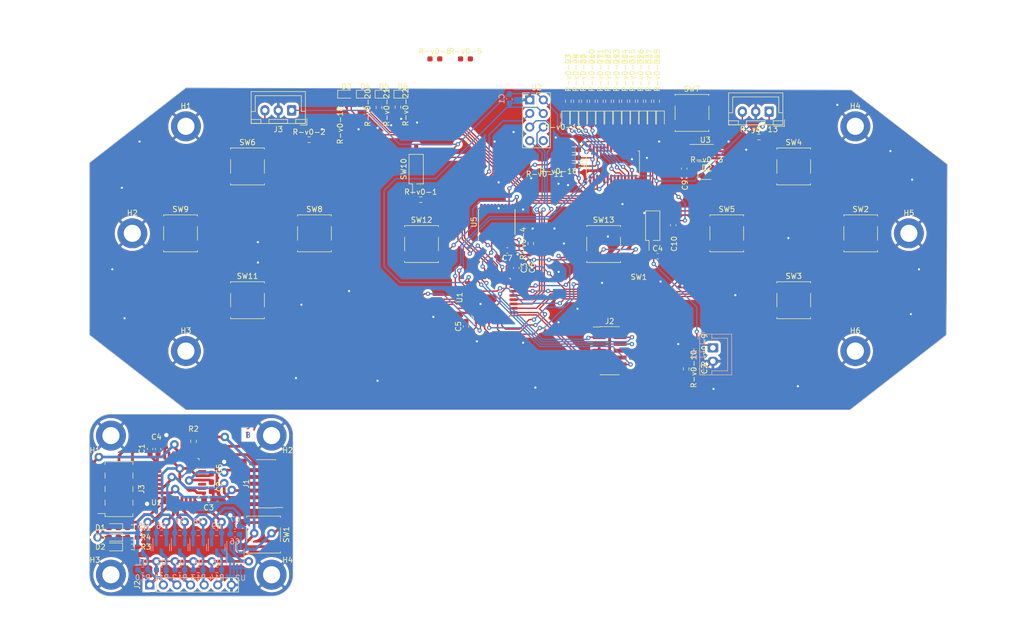
<source format=kicad_pcb>
(kicad_pcb (version 20221018) (generator pcbnew)
  (layers (0 "F.Cu" signal) (31 "B.Cu" signal) (34 "B.Paste" user) (35 "F.Paste" user) (36 "B.SilkS" user "B.Silkscreen") (37 "F.SilkS" user "F.Silkscreen") (38 "B.Mask" user) (39 "F.Mask" user) (44 "Edge.Cuts" user))
  (net 0 "")
  (net 1 "+5V-v1-")
  (net 2 "GND-v1-")
  (net 3 "+3.3V-v1-")
  (net 4 "Net-(D1-K)-v1-")
  (net 6 "Net-(D3-K)-v1-")
  (net 7 "Status_LED-v1-")
  (net 8 "Data_Clock_SNES-v1-")
  (net 9 "Data_Latch_SNES-v1-")
  (net 10 "Net-(D2-K)-v1-")
  (net 11 "Serial_Data1_SNES-v1-")
  (net 12 "Serial_Data2_SNES-v1-")
  (net 13 "SPI_Chip_Select-v1-")
  (net 14 "Chip_Enable-v1-")
  (net 15 "SPI_Digital_Input-v1-")
  (net 16 "SPI_Clock-v1-")
  (net 17 "SPI_Digital_Output-v1-")
  (net 18 "IOBit_SNES-v1-")
  (net 19 "Data_Clock_STM32-v1-")
  (net 20 "Data_Latch_STM32-v1-")
  (net 21 "Appairing_Btn-v1-")
  (net 22 "Net-(U2-BP)-v1-")
  (net 23 "SWDIO-v1-")
  (net 24 "SWDCK-v1-")
  (net 27 "NRST-v1-")
  (net 28 "USART2_RX-v1-")
  (net 29 "USART2_TX-v1-")
  (net 30 "Serial_Data1_STM32-v1-")
  (net 31 "IOBit_STM32-v1-")
  (net 32 "Serial_Data2_STM32-v1-")
  (net 46 "POWER-v0-_CHECK-v0-")
  (net 47 "GND-v0-")
  (net 48 "L-v0-i-ion-v0-")
  (net 49 "Net-(U3-BP)-v0-")
  (net 50 "Glob_Alim-v0-")
  (net 51 "Net-(D2-A)-v0-")
  (net 52 "Net-(D3-K)-v0-")
  (net 53 "Net-(D3-A)-v0-")
  (net 54 "Net-(D4-K)-v0-")
  (net 55 "Net-(D4-A)-v0-")
  (net 56 "Net-(D5-K)-v0-")
  (net 57 "Net-(D5-A)-v0-")
  (net 58 "Net-(D6-K)-v0-")
  (net 59 "Net-(D6-A)-v0-")
  (net 60 "Net-(D7-K)-v0-")
  (net 61 "Net-(D7-A)-v0-")
  (net 62 "Net-(D8-K)-v0-")
  (net 63 "Net-(D8-A)-v0-")
  (net 64 "Net-(D9-K)-v0-")
  (net 65 "Net-(D9-A)-v0-")
  (net 66 "Net-(D10-K)-v0-")
  (net 67 "Net-(D10-A)-v0-")
  (net 68 "Net-(D11-K)-v0-")
  (net 69 "Net-(D11-A)-v0-")
  (net 70 "Net-(D12-K)-v0-")
  (net 71 "Net-(D12-A)-v0-")
  (net 72 "Net-(D13-K)-v0-")
  (net 73 "Net-(D13-A)-v0-")
  (net 74 "Net-(D14-K)-v0-")
  (net 75 "Net-(D14-A)-v0-")
  (net 76 "Net-(D15-K)-v0-")
  (net 77 "Net-(D15-A)-v0-")
  (net 78 "Net-(D16-K)-v0-")
  (net 79 "Net-(D16-A)-v0-")
  (net 80 "Net-(D17-K)-v0-")
  (net 81 "Net-(D17-A)-v0-")
  (net 82 "Net-(D18-K)-v0-")
  (net 83 "Net-(D18-A)-v0-")
  (net 86 "SWDIO-v0-")
  (net 87 "SWDCK-v0-")
  (net 91 "R-v0-eset_Buton -v0-")
  (net 92 "USAR-v0-T2_R-v0-X-v0-")
  (net 93 "USAR-v0-T2_TX-v0-")
  (net 94 "NES{slash}SNES_switcher-v0-")
  (net 95 "R-v0-")
  (net 96 "A_Button-v0-")
  (net 97 "B_Button-v0-")
  (net 98 "X_Button-v0-")
  (net 99 "Y_Button-v0-")
  (net 100 "UC_Button-v0-")
  (net 101 "L-v0-C_Button-v0-")
  (net 102 "DIODE_SDA-v0-")
  (net 103 "R-v0-C_Button")
  (net 104 "L-v0-")
  (net 105 "DIODE_CL-v0-K")
  (net 106 "DC_Button-v0-")
  (net 107 "DIODE_OE-v0-")
  (net 108 "ST_Button-v0-")
  (net 109 "SE_Button-v0-")
  (net 110 "Order_Search-v0-")
  (net 111 "R-v0-X{slash}TX")
  (net 112 "Net-(C7-Pad1)-v0-")
  (net 113 "Pin_Clock-v0-")
  (net 114 "Digital_Out_Put-v0-")
  (net 115 "MOSI-v0-")
  (net 116 "GPIO_EX_CL-v0-K")
  (net 119 "GPIO_EX_SER-v0-IAL-v0-_DATA")
  (net 120 "Net-(U3-IN)-v0-")
  (net 121 "CSN_nR-v0-F24")
  (footprint "Capacitor_SMD:C_0603_1608Metric_Pad1.08x0.95mm_HandSolder" (layer "F.Cu") (at 79.75 33.722 -90)
    (fp_text reference "C3")
    (fp_text value "100n")
  )
  (footprint "Capacitor_SMD:C_0603_1608Metric_Pad1.08x0.95mm_HandSolder" (layer "F.Cu") (at 70.352 44.644 90)
    (fp_text reference "C5")
    (fp_text value "100n")
  )
  (footprint "R-v0-esistor_SMD:R-v0-_0603_1608Metric_Pad0.98x0.95mm_HandSolder" (layer "F.Cu") (at 102.95 2.5625 90)
    (fp_text reference "R-v0-32")
    (fp_text value "1K")
  )
  (footprint "L-v0-ED_SMD:L-v0-ED_0603_1608Metric_Pad1.05x0.95mm_HandSolder" (layer "F.Cu") (at 105.025 6.05 -90)
    (fp_text reference "D17")
    (fp_text value "R-v0-3")
  )
  (footprint "Resistor_SMD:R_0603_1608Metric_Pad0.98x0.95mm_HandSolder" (layer "F.Cu") (at 19.47 66.12 90)
    (fp_text reference "R2")
    (fp_text value "10k")
  )
  (footprint "R-v0-esistor_SMD:R-v0-_0603_1608Metric_Pad0.98x0.95mm_HandSolder" (layer "F.Cu") (at 95.45 2.5625 90)
    (fp_text reference "R-v0-27")
    (fp_text value "1K")
  )
  (footprint "Connector_JST:JST_XH_B3B-XH-A_1x03_P2.50mm_Vertical" (layer "F.Cu") (at 126.954 4.512 180)
    (fp_text reference "J4")
    (fp_text value "Conn_01x03")
  )
  (footprint "Capacitor_SMD:C_0603_1608Metric_Pad1.08x0.95mm_HandSolder" (layer "F.Cu") (at 12.85 67.55 90)
    (fp_text reference "C4")
    (fp_text value "100n")
  )
  (footprint "L-v0-ED_SMD:L-v0-ED_0603_1608Metric_Pad1.05x0.95mm_HandSolder" (layer "F.Cu") (at 55.05 1.25)
    (fp_text reference "D5")
    (fp_text value "G3")
  )
  (footprint "R-v0-esistor_SMD:R-v0-_0603_1608Metric_Pad0.98x0.95mm_HandSolder" (layer "F.Cu") (at 82.45 29.1375 90)
    (fp_text reference "R-v0-4")
    (fp_text value "10k")
  )
  (footprint "R-v0-esistor_SMD:R-v0-_0603_1608Metric_Pad0.98x0.95mm_HandSolder" (layer "F.Cu") (at 57.65 3.675 -90)
    (fp_text reference "R-v0-22")
    (fp_text value "1K")
  )
  (footprint "R-v0-esistor_SMD:R-v0-_0603_1608Metric_Pad0.98x0.95mm_HandSolder" (layer "F.Cu") (at 105.95 2.5625 90)
    (fp_text reference "R-v0-34")
    (fp_text value "1K")
  )
  (footprint "L-v0-ED_SMD:L-v0-ED_0603_1608Metric_Pad1.05x0.95mm_HandSolder" (layer "F.Cu") (at 103.425 6.05 -90)
    (fp_text reference "D16")
    (fp_text value "R-v0-2")
  )
  (footprint "L-v0-ED_SMD:L-v0-ED_0603_1608Metric_Pad1.05x0.95mm_HandSolder" (layer "F.Cu") (at 115.31 16.45)
    (fp_text reference "D2")
    (fp_text value "L-v0-ED_Small")
  )
  (footprint "L-v0-ED_SMD:L-v0-ED_0603_1608Metric_Pad1.05x0.95mm_HandSolder" (layer "F.Cu") (at 92.175 6.075 -90)
    (fp_text reference "D9")
    (fp_text value "G7")
  )
  (footprint "Capacitor_SMD:C_0603_1608Metric_Pad1.08x0.95mm_HandSolder" (layer "F.Cu") (at 22.81 74.6025 90)
    (fp_text reference "C2")
    (fp_text value "100n")
  )
  (footprint "L-v0-ED_SMD:L-v0-ED_0603_1608Metric_Pad1.05x0.95mm_HandSolder" (layer "F.Cu") (at 95.375 6.075 -90)
    (fp_text reference "D11")
    (fp_text value "O1")
  )
  (footprint "R-v0-esistor_SMD:R-v0-_0603_1608Metric_Pad0.98x0.95mm_HandSolder" (layer "F.Cu") (at 90.418 13.148 180)
    (fp_text reference "R-v0-11")
    (fp_text value "10K")
  )
  (footprint "R-v0-esistor_SMD:R-v0-_0603_1608Metric_Pad0.98x0.95mm_HandSolder" (layer "F.Cu") (at 90.418 14.672)
    (fp_text reference "R-v0-14")
    (fp_text value "10K")
  )
  (footprint "Button_Switch_SMD:SW_DIP_SPSTx01_Slide_Copal_CHS-01B_W7.62mm_P1.27mm" (layer "F.Cu") (at 61.05 15.25 90)
    (fp_text reference "SW10")
    (fp_text value "SW_DIP_x01")
  )
  (footprint "Resistor_SMD:R_0603_1608Metric_Pad0.98x0.95mm_HandSolder" (layer "F.Cu") (at 8.06875 85.85)
    (fp_text reference "R3")
    (fp_text value "1k")
  )
  (footprint "L-v0-ED_SMD:L-v0-ED_0603_1608Metric_Pad1.05x0.95mm_HandSolder" (layer "F.Cu") (at 58.55 1.25)
    (fp_text reference "D6")
    (fp_text value "G4")
  )
  (footprint "Button_Switch_SMD:SW_SPST_B3S-1000" (layer "F.Cu") (at 29.55 39.75)
    (fp_text reference "SW11")
    (fp_text value "SW_Push")
  )
  (footprint "Package_SO:SSOP-20_4.4x6.5mm_P0.65mm" (layer "F.Cu") (at 76.125 25.15 90)
    (fp_text reference "U5")
    (fp_text value "PCF8574TS")
  )
  (footprint "Capacitor_SMD:C_0603_1608Metric_Pad1.08x0.95mm_HandSolder" (layer "F.Cu") (at 113.45 52.5875 -90)
    (fp_text reference "C2")
    (fp_text value "1nF")
  )
  (footprint "R-v0-esistor_SMD:R-v0-_0603_1608Metric_Pad0.98x0.95mm_HandSolder" (layer "F.Cu") (at 111.45 52.5875 -90)
    (fp_text reference "R-v0-10")
    (fp_text value "1M")
  )
  (footprint "R-v0-esistor_SMD:R-v0-_0603_1608Metric_Pad0.98x0.95mm_HandSolder" (layer "F.Cu") (at 104.45 2.5625 90)
    (fp_text reference "R-v0-33")
    (fp_text value "1K")
  )
  (footprint "Capacitor_SMD:C_0603_1608Metric_Pad1.08x0.95mm_HandSolder" (layer "F.Cu") (at 11.35 67.55 90)
    (fp_text reference "C1")
    (fp_text value "10u")
  )
  (footprint "R-v0-esistor_SMD:R-v0-_0603_1608Metric_Pad0.98x0.95mm_HandSolder" (layer "F.Cu") (at 96.95 2.5625 90)
    (fp_text reference "R-v0-28")
    (fp_text value "1K")
  )
  (footprint "Connector_PinHeader_2.54mm:PinHeader_1x07_P2.54mm_Vertical" (layer "F.Cu") (at 11.3 92.95 90)
    (fp_text reference "J2")
    (fp_text value "Conn_01x07_Socket")
  )
  (footprint "L-v0-ED_SMD:L-v0-ED_0603_1608Metric_Pad1.05x0.95mm_HandSolder" (layer "F.Cu") (at 98.625 6.05 -90)
    (fp_text reference "D13")
    (fp_text value "O3")
  )
  (footprint "Package_QFP:L-v0-QFP-32_7x7mm_P0.8mm" (layer "F.Cu") (at 75.05 39.25 90)
    (fp_text reference "U1")
    (fp_text value "STM32L-v0-412KBTx")
  )
  (footprint "R-v0-esistor_SMD:R-v0-_0603_1608Metric_Pad0.98x0.95mm_HandSolder" (layer "F.Cu") (at 54.1 3.725 -90)
    (fp_text reference "R-v0-21")
    (fp_text value "1K")
  )
  (footprint "R-v0-esistor_SMD:R-v0-_0603_1608Metric_Pad0.98x0.95mm_HandSolder" (layer "F.Cu") (at 41.05 9.75)
    (fp_text reference "R-v0-2")
    (fp_text value "1K")
  )
  (footprint "Resistor_SMD:R_0603_1608Metric_Pad0.98x0.95mm_HandSolder" (layer "F.Cu") (at 8.06875 82.25)
    (fp_text reference "R1")
    (fp_text value "1k")
  )
  (footprint "MountingHole:MountingHole_3.2mm_M3_DIN965_Pad" (layer "F.Cu") (at 34.05 91.05)
    (fp_text reference "H4")
    (fp_text value "MountingHole_Pad")
  )
  (footprint "MountingHole:MountingHole_3.2mm_M3_DIN965_Pad" (layer "F.Cu") (at 143.05 7.25)
    (fp_text reference "H4")
    (fp_text value "MountingHole_Pad")
  )
  (footprint "Connector_JST:JST_XH_B3B-XH-A_1x03_P2.50mm_Vertical" (layer "F.Cu") (at 37.8 4.275 180)
    (fp_text reference "J3")
    (fp_text value "Conn_01x03")
  )
  (footprint "Diode_SMD:D_0603_1608Metric_Pad1.05x0.95mm_HandSolder" (layer "F.Cu") (at 4.56875 84.05 180)
    (fp_text reference "D3")
    (fp_text value "LED")
  )
  (footprint "R-v0-esistor_SMD:R-v0-_0603_1608Metric_Pad0.98x0.95mm_HandSolder" (layer "F.Cu") (at 70.25 -5.35)
    (fp_text reference "R-v0-5")
    (fp_text value "1K")
  )
  (footprint "Capacitor_SMD:C_0603_1608Metric_Pad1.08x0.95mm_HandSolder" (layer "F.Cu") (at 81.274 33.722 -90)
    (fp_text reference "C6")
    (fp_text value "10u")
  )
  (footprint "Button_Switch_SMD:SW_SPST_B3S-1000" (layer "F.Cu") (at 29.55 14.75)
    (fp_text reference "SW6")
    (fp_text value "SW_Push")
  )
  (footprint "R-v0-esistor_SMD:R-v0-_0603_1608Metric_Pad0.98x0.95mm_HandSolder" (layer "F.Cu") (at 115.31 14.926)
    (fp_text reference "R-v0-3")
    (fp_text value "1K")
  )
  (footprint "R-v0-esistor_SMD:R-v0-_0603_1608Metric_Pad0.98x0.95mm_HandSolder" (layer "F.Cu") (at 90.95 2.5625 90)
    (fp_text reference "R-v0-24")
    (fp_text value "1K")
  )
  (footprint "L-v0-ED_SMD:L-v0-ED_0603_1608Metric_Pad1.05x0.95mm_HandSolder" (layer "F.Cu") (at 101.825 6.05 -90)
    (fp_text reference "D15")
    (fp_text value "R-v0-1")
  )
  (footprint "Capacitor_SMD:C_0603_1608Metric_Pad1.08x0.95mm_HandSolder" (layer "F.Cu") (at 22.3025 76.99)
    (fp_text reference "C3")
    (fp_text value "100n")
  )
  (footprint "R-v0-esistor_SMD:R-v0-_0603_1608Metric_Pad0.98x0.95mm_HandSolder" (layer "F.Cu") (at 64.5375 -5.35)
    (fp_text reference "R-v0-6")
    (fp_text value "1K")
  )
  (footprint "R-v0-esistor_SMD:R-v0-_0603_1608Metric_Pad0.98x0.95mm_HandSolder" (layer "F.Cu") (at 125.05 9.25)
    (fp_text reference "R-v0-13")
    (fp_text value "1K")
  )
  (footprint "Capacitor_SMD:C_0603_1608Metric_Pad1.08x0.95mm_HandSolder" (layer "F.Cu") (at 78.05 30.45 180)
    (fp_text reference "C7")
    (fp_text value "100µF")
  )
  (footprint "Button_Switch_SMD:SW_SPST_B3S-1000" (layer "F.Cu") (at 144.05 27.25)
    (fp_text reference "SW2")
    (fp_text value "SW_Push")
  )
  (footprint "L-v0-ED_SMD:L-v0-ED_0603_1608Metric_Pad1.05x0.95mm_HandSolder" (layer "F.Cu") (at 100.225 6.05 -90)
    (fp_text reference "D14")
    (fp_text value "O4")
  )
  (footprint "R-v0-esistor_SMD:R-v0-_0603_1608Metric_Pad0.98x0.95mm_HandSolder" (layer "F.Cu") (at 93.95 2.5625 90)
    (fp_text reference "R-v0-26")
    (fp_text value "1K")
  )
  (footprint "Button_Switch_SMD:SW_SPST_B3S-1000" (layer "F.Cu") (at 112.55 4.75)
    (fp_text reference "SW7")
    (fp_text value "SW_SPST")
  )
  (footprint "Button_Switch_SMD:SW_SPST_B3S-1000" (layer "F.Cu") (at 119.05 27.25)
    (fp_text reference "SW5")
    (fp_text value "SW_Push")
  )
  (footprint "MountingHole:MountingHole_3.2mm_M3_DIN965_Pad" (layer "F.Cu") (at 18.05 7.25)
    (fp_text reference "H1")
    (fp_text value "MountingHole_Pad")
  )
  (footprint "Button_Switch_SMD:SW_DIP_SPSTx01_Slide_Copal_CHS-01B_W7.62mm_P1.27mm" (layer "F.Cu") (at 105.22 25.82 90)
    (fp_text reference "SW1")
    (fp_text value "SW_DIP_x01")
  )
  (footprint "R-v0-esistor_SMD:R-v0-_0603_1608Metric_Pad0.98x0.95mm_HandSolder" (layer "F.Cu") (at 90.418 11.624 180)
    (fp_text reference "R-v0-16")
    (fp_text value "10K")
  )
  (footprint "Button_Switch_SMD:SW_SPST_B3S-1000" (layer "F.Cu") (at 42.05 27.25)
    (fp_text reference "SW8")
    (fp_text value "SW_Push")
  )
  (footprint "R-v0-esistor_SMD:R-v0-_0603_1608Metric_Pad0.98x0.95mm_HandSolder" (layer "F.Cu") (at 92.45 2.5625 90)
    (fp_text reference "R-v0-25")
    (fp_text value "1K")
  )
  (footprint "Button_Switch_SMD:SW_SPST_B3S-1000" (layer "F.Cu") (at 32.55 83.55 180)
    (fp_text reference "SW1")
    (fp_text value "SW_SPST")
  )
  (footprint "Button_Switch_SMD:SW_SPST_B3S-1000" (layer "F.Cu") (at 131.55 39.75)
    (fp_text reference "SW3")
    (fp_text value "SW_Push")
  )
  (footprint "Button_Switch_SMD:SW_SPST_B3S-1000" (layer "F.Cu") (at 17.05 27.25)
    (fp_text reference "SW9")
    (fp_text value "SW_Push")
  )
  (footprint "Button_Switch_SMD:SW_SPST_B3S-1000" (layer "F.Cu") (at 62.05 29.25)
    (fp_text reference "SW12")
    (fp_text value "SW_Push")
  )
  (footprint "Connector_PinHeader_1.27mm:PinHeader_2x07_P1.27mm_Vertical_SMD" (layer "F.Cu") (at 33.05 74.05 180)
    (fp_text reference "J1")
    (fp_text value "Conn_02x07_Odd_Even")
  )
  (footprint "Capacitor_SMD:C_0603_1608Metric_Pad1.08x0.95mm_HandSolder" (layer "F.Cu") (at 106.145 31.52)
    (fp_text reference "C4")
    (fp_text value "1u")
  )
  (footprint "Button_Switch_SMD:SW_SPST_B3S-1000" (layer "F.Cu") (at 96.05 29.25)
    (fp_text reference "SW13")
    (fp_text value "SW_Push")
  )
  (footprint "Package_QFP:LQFP-32_7x7mm_P0.8mm" (layer "F.Cu") (at 16.9 72.95 180)
    (fp_text reference "U1")
    (fp_text value "STM32L412KBTx")
  )
  (footprint "R-v0-esistor_SMD:R-v0-_0603_1608Metric_Pad0.98x0.95mm_HandSolder" (layer "F.Cu") (at 89.45 2.5625 90)
    (fp_text reference "R-v0-23")
    (fp_text value "1K")
  )
  (footprint "MountingHole:MountingHole_3.2mm_M3_DIN965_Pad" (layer "F.Cu") (at 143.05 49.25)
    (fp_text reference "H6")
    (fp_text value "MountingHole_Pad")
  )
  (footprint "L-v0-ED_SMD:L-v0-ED_0603_1608Metric_Pad1.05x0.95mm_HandSolder" (layer "F.Cu") (at 51.55 1.25)
    (fp_text reference "D4")
    (fp_text value "G2")
  )
  (footprint "L-v0-ED_SMD:L-v0-ED_0603_1608Metric_Pad1.05x0.95mm_HandSolder" (layer "F.Cu") (at 97 6.0625 -90)
    (fp_text reference "D12")
    (fp_text value "O2")
  )
  (footprint "Package_SO:TSSOP-28_4.4x9.7mm_P0.65mm" (layer "F.Cu") (at 97.784 14.164 90)
    (fp_text reference "U4")
    (fp_text value "PCA9685PW")
  )
  (footprint "L-v0-ED_SMD:L-v0-ED_0603_1608Metric_Pad1.05x0.95mm_HandSolder" (layer "F.Cu") (at 48.05 1.25)
    (fp_text reference "D3")
    (fp_text value "G1")
  )
  (footprint "Connector_PinHeader_1.27mm:PinHeader_2x07_P1.27mm_Vertical_SMD" (layer "F.Cu") (at 97.175 49.19)
    (fp_text reference "J2")
    (fp_text value "Conn_02x07_Odd_Even")
  )
  (footprint "MountingHole:MountingHole_3.2mm_M3_DIN965_Pad" (layer "F.Cu") (at 153.05 27.25)
    (fp_text reference "H5")
    (fp_text value "MountingHole_Pad")
  )
  (footprint "Diode_SMD:D_0603_1608Metric_Pad1.05x0.95mm_HandSolder" (layer "F.Cu") (at 4.56875 82.25 180)
    (fp_text reference "D1")
    (fp_text value "LED_Small")
  )
  (footprint "L-v0-ED_SMD:L-v0-ED_0603_1608Metric_Pad1.05x0.95mm_HandSolder" (layer "F.Cu") (at 90.575 6.075 -90)
    (fp_text reference "D8")
    (fp_text value "G6")
  )
  (footprint "R-v0-esistor_SMD:R-v0-_0603_1608Metric_Pad0.98x0.95mm_HandSolder" (layer "F.Cu") (at 113.45 49.05 -90)
    (fp_text reference "R-v0-9")
    (fp_text value "1M")
  )
  (footprint "R-v0-esistor_SMD:R-v0-_0603_1608Metric_Pad0.98x0.95mm_HandSolder" (layer "F.Cu") (at 98.45 2.5625 90)
    (fp_text reference "R-v0-29")
    (fp_text value "1K")
  )
  (footprint "Button_Switch_SMD:SW_SPST_B3S-1000" (layer "F.Cu") (at 131.55 14.75)
    (fp_text reference "SW4")
    (fp_text value "SW_Push")
  )
  (footprint "R-v0-esistor_SMD:R-v0-_0603_1608Metric_Pad0.98x0.95mm_HandSolder" (layer "F.Cu") (at 50.575 3.75 -90)
    (fp_text reference "R-v0-20")
    (fp_text value "1K")
  )
  (footprint "Capacitor_SMD:C_0603_1608Metric_Pad1.08x0.95mm_HandSolder" (layer "F.Cu") (at 111.1 15.15 -90)
    (fp_text reference "C9")
    (fp_text value "470p")
  )
  (footprint "L-v0-ED_SMD:L-v0-ED_0603_1608Metric_Pad1.05x0.95mm_HandSolder" (layer "F.Cu") (at 106.65 6.05 -90)
    (fp_text reference "D18")
    (fp_text value "R-v0-4")
  )
  (footprint "MountingHole:MountingHole_3.2mm_M3_DIN965_Pad" (layer "F.Cu") (at 4.05 65.05)
    (fp_text reference "H1")
    (fp_text value "MountingHole_Pad")
  )
  (footprint "Diode_SMD:D_0603_1608Metric_Pad1.05x0.95mm_HandSolder" (layer "F.Cu") (at 4.56875 85.85 180)
    (fp_text reference "D2")
    (fp_text value "LED_Small")
  )
  (footprint "L-v0-ED_SMD:L-v0-ED_0603_1608Metric_Pad1.05x0.95mm_HandSolder" (layer "F.Cu") (at 93.775 6.075 -90)
    (fp_text reference "D10")
    (fp_text value "G8")
  )
  (footprint "Capacitor_SMD:C_0603_1608Metric_Pad1.08x0.95mm_HandSolder" (layer "F.Cu") (at 22.81 71.3 90)
    (fp_text reference "C5")
    (fp_text value "100n")
  )
  (footprint "MountingHole:MountingHole_3.2mm_M3_DIN965_Pad" (layer "F.Cu") (at 8.05 27.25)
    (fp_text reference "H2")
    (fp_text value "MountingHole_Pad")
  )
  (footprint "Package_SO:MSOP-8_3x3mm_P0.65mm" (layer "F.Cu") (at 115.05 12.25)
    (fp_text reference "U3")
    (fp_text value "MIC5219-3.3YMM")
  )
  (footprint "Resistor_SMD:R_0603_1608Metric_Pad0.98x0.95mm_HandSolder" (layer "F.Cu") (at 8.06875 84.05)
    (fp_text reference "R4")
    (fp_text value "1k")
  )
  (footprint "Connector_PinSocket_2.54mm:PinSocket_2x04_P2.54mm_Vertical_SMD" (layer "F.Cu") (at 5.55 75.05 180)
    (fp_text reference "J3")
    (fp_text value "Conn_01x08_Socket")
  )
  (footprint "R-v0-esistor_SMD:R-v0-_0603_1608Metric_Pad0.98x0.95mm_HandSolder" (layer "F.Cu") (at 99.95 2.5625 90)
    (fp_text reference "R-v0-30")
    (fp_text value "1K")
  )
  (footprint "R-v0-esistor_SMD:R-v0-_0603_1608Metric_Pad0.98x0.95mm_HandSolder" (layer "F.Cu") (at 101.45 2.5625 90)
    (fp_text reference "R-v0-31")
    (fp_text value "1K")
  )
  (footprint "Connector_PinHeader_2.54mm:PinHeader_2x04_P2.54mm_Vertical" (layer "F.Cu") (at 82.25 2.31)
    (fp_text reference "U2")
    (fp_text value "nR-v0-F24_Full")
  )
  (footprint "R-v0-esistor_SMD:R-v0-_0603_1608Metric_Pad0.98x0.95mm_HandSolder" (layer "F.Cu") (at 47.075 3.725 -90)
    (fp_text reference "R-v0-18")
    (fp_text value "1K")
  )
  (footprint "MountingHole:MountingHole_3.2mm_M3_DIN965_Pad" (layer "F.Cu") (at 34.05 65.05)
    (fp_text reference "H2")
    (fp_text value "MountingHole_Pad")
  )
  (footprint "Capacitor_SMD:C_0603_1608Metric_Pad1.08x0.95mm_HandSolder" (layer "F.Cu") (at 109.045 25.7325 -90)
    (fp_text reference "C10")
    (fp_text value "100nF")
  )
  (footprint "MountingHole:MountingHole_3.2mm_M3_DIN965_Pad" (layer "F.Cu") (at 18.05 49.25)
    (fp_text reference "H3")
    (fp_text value "MountingHole_Pad")
  )
  (footprint "R-v0-esistor_SMD:R-v0-_0603_1608Metric_Pad0.98x0.95mm_HandSolder" (layer "F.Cu") (at 61.9 20.95)
    (fp_text reference "R-v0-1")
    (fp_text value "1K")
  )
  (footprint "L-v0-ED_SMD:L-v0-ED_0603_1608Metric_Pad1.05x0.95mm_HandSolder" (layer "F.Cu") (at 88.975 6.075 -90)
    (fp_text reference "D7")
    (fp_text value "G5")
  )
  (footprint "MountingHole:MountingHole_3.2mm_M3_DIN965_Pad" (layer "F.Cu") (at 4.05 91.05)
    (fp_text reference "H3")
    (fp_text value "MountingHole_Pad")
  )
  (footprint "Package_SO:MSOP-8_3x3mm_P0.65mm" (layer "B.Cu") (at 27.3125 87.7 -90)
    (fp_text reference "U2")
    (fp_text value "MIC5219-3.3YMM")
  )
  (footprint "Resistor_SMD:R_0603_1608Metric_Pad0.98x0.95mm_HandSolder" (layer "B.Cu") (at 23.8 90.15)
    (fp_text reference "R14")
    (fp_text value "10k")
  )
  (footprint "Resistor_SMD:R_0603_1608Metric_Pad0.98x0.95mm_HandSolder" (layer "B.Cu") (at 16.9 83.25)
    (fp_text reference "R7")
    (fp_text value "10k")
  )
  (footprint "Capacitor_SMD:C_0603_1608Metric_Pad1.08x0.95mm_HandSolder" (layer "B.Cu") (at 27.2 82 180)
    (fp_text reference "C7")
    (fp_text value "2.2u")
  )
  (footprint "Package_TO_SOT_SMD:SOT-23" (layer "B.Cu") (at 20.35 85.95 -90)
    (fp_text reference "Q4")
    (fp_text value "2N7002")
  )
  (footprint "Resistor_SMD:R_0603_1608Metric_Pad0.98x0.95mm_HandSolder" (layer "B.Cu") (at 13.45 83.25)
    (fp_text reference "R6")
    (fp_text value "10k")
  )
  (footprint "Resistor_SMD:R_0603_1608Metric_Pad0.98x0.95mm_HandSolder" (layer "B.Cu") (at 10 83.25)
    (fp_text reference "R5")
    (fp_text value "10k")
  )
  (footprint "Capacitor_SMD:C_0603_1608Metric_Pad1.08x0.95mm_HandSolder" (layer "B.Cu") (at 27.2 83.5 180)
    (fp_text reference "C6")
    (fp_text value "470p")
  )
  (footprint "Package_TO_SOT_SMD:SOT-23" (layer "B.Cu") (at 10 85.95 -90)
    (fp_text reference "Q1")
    (fp_text value "2N7002")
  )
  (footprint "Resistor_SMD:R_0603_1608Metric_Pad0.98x0.95mm_HandSolder" (layer "B.Cu") (at 20.35 90.15)
    (fp_text reference "R13")
    (fp_text value "10k")
  )
  (footprint "Connector_JST:JST_XH_B2B-XH-A_1x02_P2.50mm_Vertical" (layer "B.Cu") (at 116.45 48.65 -90)
    (fp_text reference "J1")
    (fp_text value "Conn_01x02")
  )
  (footprint "Package_TO_SOT_SMD:SOT-23" (layer "B.Cu") (at 16.9 85.95 -90)
    (fp_text reference "Q3")
    (fp_text value "2N7002")
  )
  (footprint "Resistor_SMD:R_0603_1608Metric_Pad0.98x0.95mm_HandSolder" (layer "B.Cu") (at 10 90.15)
    (fp_text reference "R10")
    (fp_text value "10k")
  )
  (footprint "Package_TO_SOT_SMD:SOT-23" (layer "B.Cu") (at 23.8 85.95 -90)
    (fp_text reference "Q5")
    (fp_text value "2N7002")
  )
  (footprint "Resistor_SMD:R_0603_1608Metric_Pad0.98x0.95mm_HandSolder" (layer "B.Cu") (at 13.45 90.15)
    (fp_text reference "R11")
    (fp_text value "10k")
  )
  (footprint "Package_TO_SOT_SMD:SOT-23" (layer "B.Cu") (at 13.45 85.95 -90)
    (fp_text reference "Q2")
    (fp_text value "2N7002")
  )
  (footprint "Resistor_SMD:R_0603_1608Metric_Pad0.98x0.95mm_HandSolder" (layer "B.Cu") (at 23.8 83.25)
    (fp_text reference "R9")
    (fp_text value "10k")
  )
  (footprint "Capacitor_SMD:C_0603_1608Metric_Pad1.08x0.95mm_HandSolder" (layer "B.Cu") (at 78.45 2.1125 -90)
    (fp_text reference "C1")
    (fp_text value "100uF")
  )
  (footprint "Resistor_SMD:R_0603_1608Metric_Pad0.98x0.95mm_HandSolder" (layer "B.Cu") (at 20.35 83.25)
    (fp_text reference "R8")
    (fp_text value "10k")
  )
  (footprint "Resistor_SMD:R_0603_1608Metric_Pad0.98x0.95mm_HandSolder" (layer "B.Cu") (at 16.9 90.15)
    (fp_text reference "R12")
    (fp_text value "10k")
  )
  (gr_line (start 38.05 65.05) (end 38.05 91.05) (stroke (width 0.1)) (layer "Edge.Cuts"))
  (gr_line (start 0.05 46.25) (end 0.05 14.05) (stroke (width 0.1)) (layer "Edge.Cuts"))
  (gr_arc (start 4.05 95.05) (mid 1.221573 93.878427) (end 0.05 91.05) (stroke (width 0.1)) (layer "Edge.Cuts"))
  (gr_line (start 34.05 95.05) (end 4.05 95.05) (stroke (width 0.1)) (layer "Edge.Cuts"))
  (gr_line (start 142.05 60.25) (end 18.05 60.25) (stroke (width 0.1)) (layer "Edge.Cuts"))
  (gr_line (start 18.05 60.25) (end 0.05 46.25) (stroke (width 0.1)) (layer "Edge.Cuts"))
  (gr_arc (start 0.05 65.05) (mid 1.221573 62.221573) (end 4.05 61.05) (stroke (width 0.1)) (layer "Edge.Cuts"))
  (gr_line (start 0.05 91.05) (end 0.05 65.05) (stroke (width 0.1)) (layer "Edge.Cuts"))
  (gr_line (start 4.05 61.05) (end 34.05 61.05) (stroke (width 0.1)) (layer "Edge.Cuts"))
  (gr_arc (start 38.05 91.05) (mid 36.878427 93.878427) (end 34.05 95.05) (stroke (width 0.1)) (layer "Edge.Cuts"))
  (gr_line (start 160.25 14.35) (end 160.05 46.25) (stroke (width 0.1)) (layer "Edge.Cuts"))
  (gr_line (start 160.05 46.25) (end 142.05 60.25) (stroke (width 0.1)) (layer "Edge.Cuts"))
  (gr_line (start 142.25 0.45) (end 160.25 14.35) (stroke (width 0.1)) (layer "Edge.Cuts"))
  (gr_arc (start 34.05 61.05) (mid 36.878427 62.221573) (end 38.05 65.05) (stroke (width 0.1)) (layer "Edge.Cuts"))
  (gr_line (start 18.05 0.05) (end 142.25 0.45) (stroke (width 0.1)) (layer "Edge.Cuts"))
  (gr_line (start 0.05 14.05) (end 18.05 0.05) (stroke (width 0.1)) (layer "Edge.Cuts"))
  (gr_text "T" (at 29.05 65.55) (layer "F.Cu") (effects (font (size 1 1)) (justify left bottom)))
  (gr_text "SNES Plug" (at 22.05 63.55) (layer "F.Cu") (effects (font (size 1 1)) (justify left bottom)))
  (gr_text "B" (at 29.05 65.55) (layer "B.Cu") (effects (font (size 1 1)) (justify left bottom)))
  (segment (start 22.8875 88.55) (end 29.8 88.55) (width 0.5) (layer "F.Cu") (net 1))
  (segment (start 3.69375 85.884561) (end 5.109189 87.3) (width 0.5) (layer "F.Cu") (net 1))
  (segment (start 12.5375 91.7125) (end 11.3 92.95) (width 0.5) (layer "F.Cu") (net 1))
  (segment (start 12.5375 88.55) (end 15.9875 88.55) (width 0.3) (layer "F.Cu") (net 1))
  (segment (start 19.4375 88.55) (end 15.9875 88.55) (width 0.5) (layer "F.Cu") (net 1))
  (segment (start 12.5375 88.55) (end 12.5375 91.7125) (width 0.5) (layer "F.Cu") (net 1))
  (segment (start 7.8 88.55) (end 12.5375 88.55) (width 0.5) (layer "F.Cu") (net 1))
  (segment (start 6.55 87.3) (end 7.8 88.55) (width 0.5) (layer "F.Cu") (net 1))
  (segment (start 3.69375 85.85) (end 3.69375 85.884561) (width 0.5) (layer "F.Cu") (net 1))
  (segment (start 5.109189 87.3) (end 6.55 87.3) (width 0.5) (layer "F.Cu") (net 1))
  (segment (start 19.4375 88.55) (end 22.8875 88.55) (width 0.5) (layer "F.Cu") (net 1))
  (via (at 19.4375 88.55) (size 1.6) (drill 0.8) (layers "F.Cu" "B.Cu") (net 1))
  (via (at 22.8875 88.55) (size 1.6) (drill 0.8) (layers "F.Cu" "B.Cu") (net 1))
  (via (at 29.8 88.55) (size 1.6) (drill 0.8) (layers "F.Cu" "B.Cu") (net 1))
  (via (at 12.5375 88.55) (size 1.6) (drill 0.8) (layers "F.Cu" "B.Cu") (net 1))
  (via (at 15.9875 88.55) (size 1.6) (drill 0.8) (layers "F.Cu" "B.Cu") (net 1))
  (segment (start 22.8875 88.55) (end 22.8875 90.15) (width 0.5) (layer "B.Cu") (net 1))
  (segment (start 11.3 92.3625) (end 9.0875 90.15) (width 0.5) (layer "B.Cu") (net 1))
  (segment (start 26.3375 86.380761) (end 26.9875 87.030761) (width 0.3) (layer "B.Cu") (net 1))
  (segment (start 11.3 92.95) (end 11.3 92.3625) (width 0.5) (layer "B.Cu") (net 1))
  (segment (start 12.5375 90.15) (end 12.5375 88.55) (width 0.5) (layer "B.Cu") (net 1))
  (segment (start 26.9875 85.5875) (end 26.9875 87.030761) (width 0.3) (layer "B.Cu") (net 1))
  (segment (start 15.9875 88.55) (end 15.9875 90.15) (width 0.5) (layer "B.Cu") (net 1))
  (segment (start 29.8 88.55) (end 29.7 88.45) (width 0.5) (layer "B.Cu") (net 1))
  (segment (start 19.4375 88.55) (end 19.4375 90.15) (width 0.5) (layer "B.Cu") (net 1))
  (segment (start 26.3375 85.5875) (end 26.3375 86.380761) (width 0.3) (layer "B.Cu") (net 1))
  (segment (start 29.7 88.45) (end 28.406739 88.45) (width 0.5) (layer "B.Cu") (net 1))
  (segment (start 28.406739 88.45) (end 26.9875 87.030761) (width 0.5) (layer "B.Cu") (net 1))
  (segment (start 12.85 66.5) (end 14.4 64.95) (width 0.5) (layer "F.Cu") (net 2))
  (segment (start 23.835 74.366193) (end 23.835 71.4625) (width 0.5) (layer "F.Cu") (net 2))
  (segment (start 25.199189 69.95) (end 24.711689 70.4375) (width 0.5) (layer "F.Cu") (net 2))
  (segment (start 14.1 65.25) (end 14.1 68.775) (width 0.5) (layer "F.Cu") (net 2))
  (segment (start 20.59 78.015) (end 22.14 78.015) (width 0.5) (layer "F.Cu") (net 2))
  (segment (start 10.8 77.8) (end 9.74 78.86) (width 0.5) (layer "F.Cu") (net 2))
  (segment (start 9.74 78.86) (end 8.07 78.86) (width 0.5) (layer "F.Cu") (net 2))
  (segment (start 23.835 71.4625) (end 22.81 70.4375) (width 0.5) (layer "F.Cu") (net 2))
  (segment (start 19.7 77.125) (end 20.59 78.015) (width 0.5) (layer "F.Cu") (net 2))
  (segment (start 22.81 75.465) (end 22.81 75.391193) (width 0.5) (layer "F.Cu") (net 2))
  (segment (start 12.85 66.6875) (end 12.85 66.5) (width 0.5) (layer "F.Cu") (net 2))
  (segment (start 22.81 75.391193) (end 23.835 74.366193) (width 0.5) (layer "F.Cu") (net 2))
  (segment (start 11.35 66.6875) (end 12.85 66.6875) (width 0.5) (layer "F.Cu") (net 2))
  (segment (start 22.14 78.015) (end 23.165 76.99) (width 0.5) (layer "F.Cu") (net 2))
  (segment (start 14.4 64.95) (end 14.1 65.25) (width 0.5) (layer "F.Cu") (net 2))
  (segment (start 24.711689 70.4375) (end 22.81 70.4375) (width 0.5) (layer "F.Cu") (net 2))
  (segment (start 23.165 76.99) (end 23.165 75.82) (width 0.5) (layer "F.Cu") (net 2))
  (segment (start 23.165 75.82) (end 22.81 75.465) (width 0.5) (layer "F.Cu") (net 2))
  (via (at 10.8 77.8) (size 1.6) (drill 0.8) (layers "F.Cu" "B.Cu") (net 2))
  (via (at 14.4 64.95) (size 1.6) (drill 0.8) (layers "F.Cu" "B.Cu") (net 2))
  (via (at 25.199189 69.95) (size 1.6) (drill 0.8) (layers "F.Cu" "B.Cu") (net 2))
  (via (at 26.3375 79.95) (size 1.6) (drill 0.8) (layers "F.Cu" "B.Cu") (net 2))
  (segment (start 26.3375 82) (end 26.3375 79.95) (width 0.5) (layer "B.Cu") (net 2))
  (segment (start 26.3375 82) (end 26.3375 83.5) (width 0.5) (layer "B.Cu") (net 2))
  (segment (start 17.45 64.95) (end 14.4 64.95) (width 0.5) (layer "B.Cu") (net 2))
  (segment (start 22.45 69.95) (end 17.45 64.95) (width 0.5) (layer "B.Cu") (net 2))
  (segment (start 26.3375 79.9875) (end 26.3 79.95) (width 0.5) (layer "B.Cu") (net 2))
  (segment (start 25.199189 69.95) (end 22.45 69.95) (width 0.5) (layer "B.Cu") (net 2))
  (segment (start 21.075 72.55) (end 20.05 72.55) (width 0.5) (layer "F.Cu") (net 3))
  (segment (start 16.9 71.2) (end 15.85 70.15) (width 0.5) (layer "F.Cu") (net 3))
  (segment (start 18.7 71.2) (end 16.9 71.2) (width 0.5) (layer "F.Cu") (net 3))
  (segment (start 11.35 68.775) (end 12.725 70.15) (width 0.5) (layer "F.Cu") (net 3))
  (segment (start 20.170406 75.75) (end 19.720406 75.3) (width 0.5) (layer "F.Cu") (net 3))
  (segment (start 20.05 72.55) (end 18.7 71.2) (width 0.5) (layer "F.Cu") (net 3))
  (segment (start 34.05 83.3) (end 34.525 83.3) (width 0.5) (layer "F.Cu") (net 3))
  (segment (start 16.9 73.609189) (end 16.9 71.2) (width 0.5) (layer "F.Cu") (net 3))
  (segment (start 15.85 70.15) (end 12.725 70.15) (width 0.5) (layer "F.Cu") (net 3))
  (segment (start 22.4225 72.55) (end 21.075 72.55) (width 0.5) (layer "F.Cu") (net 3))
  (segment (start 35 76.59) (end 36.7 76.59) (width 0.5) (layer "F.Cu") (net 3))
  (segment (start 12.725 68.5375) (end 12.85 68.4125) (width 0.5) (layer "F.Cu") (net 3))
  (segment (start 19.720406 75.3) (end 18.590811 75.3) (width 0.5) (layer "F.Cu") (net 3))
  (segment (start 37.05 80.775) (end 37.05 76.94) (width 0.5) (layer "F.Cu") (net 3))
  (segment (start 11.35 68.4125) (end 11.35 68.775) (width 0.5) (layer "F.Cu") (net 3))
  (segment (start 21.075 75.75) (end 20.170406 75.75) (width 0.5) (layer "F.Cu") (net 3))
  (segment (start 34.525 83.3) (end 36.525 81.3) (width 0.5) (layer "F.Cu") (net 3))
  (segment (start 1.55 80.34) (end 3.03 78.86) (width 0.5) (layer "F.Cu") (net 3))
  (segment (start 3.69375 84.05) (end 1.55 84.05) (width 0.5) (layer "F.Cu") (net 3))
  (segment (start 12.725 70.15) (end 12.725 68.5375) (width 0.5) (layer "F.Cu") (net 3))
  (segment (start 36.7 76.59) (end 37.05 76.94) (width 0.5) (layer "F.Cu") (net 3))
  (segment (start 21.44 76.115) (end 21.075 75.75) (width 0.5) (layer "F.Cu") (net 3))
  (segment (start 1.55 84.05) (end 1.55 80.34) (width 0.5) (layer "F.Cu") (net 3))
  (segment (start 18.590811 75.3) (end 16.9 73.609189) (width 0.5) (layer "F.Cu") (net 3))
  (segment (start 36.525 81.3) (end 37.05 80.775) (width 0.5) (layer "F.Cu") (net 3))
  (segment (start 28.575 81.3) (end 36.525 81.3) (width 0.5) (layer "F.Cu") (net 3))
  (segment (start 21.44 76.99) (end 21.44 76.115) (width 0.5) (layer "F.Cu") (net 3))
  (segment (start 22.81 72.1625) (end 22.4225 72.55) (width 0.5) (layer "F.Cu") (net 3))
  (via (at 16.9 71.2) (size 1.6) (drill 0.8) (layers "F.Cu" "B.Cu") (net 3))
  (via (at 1.55 84.05) (size 1.6) (drill 0.8) (layers "F.Cu" "B.Cu") (net 3))
  (via (at 34.05 83.3) (size 1.6) (drill 0.8) (layers "F.Cu" "B.Cu") (net 3))
  (segment (start 21.821689 79.85) (end 20.503311 79.85) (width 0.5) (layer "B.Cu") (net 3))
  (segment (start 20.503311 79.85) (end 19.4375 80.915811) (width 0.5) (layer "B.Cu") (net 3))
  (segment (start 10.353311 79.85) (end 11.471689 79.85) (width 0.5) (layer "B.Cu") (net 3))
  (segment (start 12.5375 80.915811) (end 12.5375 83.25) (width 0.5) (layer "B.Cu") (net 3))
  (segment (start 14.921689 79.85) (end 13.603311 79.85) (width 0.5) (layer "B.Cu") (net 3))
  (segment (start 2.35 83.25) (end 9.0875 83.25) (width 0.5) (layer "B.Cu") (net 3))
  (segment (start 31.043261 86.306739) (end 29.3 86.306739) (width 0.5) (layer "B.Cu") (net 3))
  (segment (start 15.9875 83.25) (end 15.9875 80.915811) (width 0.5) (layer "B.Cu") (net 3))
  (segment (start 17.053311 79.85) (end 18.371689 79.85) (width 0.5) (layer "B.Cu") (net 3))
  (segment (start 19.4 83.2875) (end 19.4375 83.25) (width 0.5) (layer "B.Cu") (net 3))
  (segment (start 22.85 85.0125) (end 22.85 83.2875) (width 0.5) (layer "B.Cu") (net 3))
  (segment (start 15.9875 80.915811) (end 17.053311 79.85) (width 0.5) (layer "B.Cu") (net 3))
  (segment (start 19.4375 80.915811) (end 19.4375 83.25) (width 0.5) (layer "B.Cu") (net 3))
  (segment (start 22.8875 83.25) (end 22.8875 80.915811) (width 0.5) (layer "B.Cu") (net 3))
  (segment (start 15.95 83.2875) (end 15.9875 83.25) (width 0.5) (layer "B.Cu") (net 3))
  (segment (start 27.6375 86.527817) (end 28.059683 86.95) (width 0.3) (layer "B.Cu") (net 3))
  (segment (start 29.3 86.306739) (end 28.656739 86.95) (width 0.5) (layer "B.Cu") (net 3))
  (segment (start 9.05 85.0125) (end 9.05 83.2875) (width 0.5) (layer "B.Cu") (net 3))
  (segment (start 29.3 86.306739) (end 29.3 82.55) (width 0.5) (layer "B.Cu") (net 3))
  (segment (start 27.6375 85.5875) (end 27.6375 86.527817) (width 0.3) (layer "B.Cu") (net 3))
  (segment (start 25.203311 78.6) (end 22.8875 80.915811) (width 0.5) (layer "B.Cu") (net 3))
  (segment (start 1.55 84.05) (end 2.35 83.25) (width 0.5) (layer "B.Cu") (net 3))
  (segment (start 11.471689 79.85) (end 12.5375 80.915811) (width 0.5) (layer "B.Cu") (net 3))
  (segment (start 14.65 71.2) (end 13.603311 72.246689) (width 0.5) (layer "B.Cu") (net 3))
  (segment (start 31.043261 86.306739) (end 34.05 83.3) (width 0.5) (layer "B.Cu") (net 3))
  (segment (start 18.371689 79.85) (end 19.4375 80.915811) (width 0.5) (layer "B.Cu") (net 3))
  (segment (start 12.5 83.2875) (end 12.5375 83.25) (width 0.5) (layer "B.Cu") (net 3))
  (segment (start 26.896689 78.6) (end 25.203311 78.6) (width 0.5) (layer "B.Cu") (net 3))
  (segment (start 15.95 85.0125) (end 15.95 83.2875) (width 0.5) (layer "B.Cu") (net 3))
  (segment (start 19.4 85.0125) (end 19.4 83.2875) (width 0.5) (layer "B.Cu") (net 3))
  (segment (start 22.85 83.2875) (end 22.8875 83.25) (width 0.5) (layer "B.Cu") (net 3))
  (segment (start 29.3 82.55) (end 28.75 82) (width 0.5) (layer "B.Cu") (net 3))
  (segment (start 16.9 71.2) (end 14.65 71.2) (width 0.5) (layer "B.Cu") (net 3))
  (segment (start 9.0875 83.25) (end 9.0875 81.115811) (width 0.5) (layer "B.Cu") (net 3))
  (segment (start 15.9875 80.915811) (end 14.921689 79.85) (width 0.5) (layer "B.Cu") (net 3))
  (segment (start 28.0625 79.765811) (end 26.896689 78.6) (width 0.5) (layer "B.Cu") (net 3))
  (segment (start 9.0875 81.115811) (end 10.353311 79.85) (width 0.5) (layer "B.Cu") (net 3))
  (segment (start 22.8875 80.915811) (end 21.821689 79.85) (width 0.5) (layer "B.Cu") (net 3))
  (segment (start 13.603311 72.246689) (end 13.603311 79.85) (width 0.5) (layer "B.Cu") (net 3))
  (segment (start 13.603311 79.85) (end 12.5375 80.915811) (width 0.5) (layer "B.Cu") (net 3))
  (segment (start 28.75 82) (end 28.0625 82) (width 0.5) (layer "B.Cu") (net 3))
  (segment (start 28.656739 86.95) (end 28.059683 86.95) (width 0.5) (layer "B.Cu") (net 3))
  (segment (start 9.05 83.2875) (end 9.0875 83.25) (width 0.5) (layer "B.Cu") (net 3))
  (segment (start 12.5 85.0125) (end 12.5 83.2875) (width 0.5) (layer "B.Cu") (net 3))
  (segment (start 28.0625 82) (end 28.0625 79.765811) (width 0.5) (layer "B.Cu") (net 3))
  (segment (start 7.15625 82.25) (end 5.44375 82.25) (width 0.5) (layer "F.Cu") (net 4))
  (segment (start 7.15625 84.05) (end 5.44375 84.05) (width 0.5) (layer "F.Cu") (net 6))
  (segment (start 3.69375 82.25) (end 4.71875 81.225) (width 0.5) (layer "F.Cu") (net 7))
  (segment (start 10.3 79.8) (end 11.425 79.8) (width 0.5) (layer "F.Cu") (net 7))
  (segment (start 11.425 79.8) (end 14.1 77.125) (width 0.5) (layer "F.Cu") (net 7))
  (segment (start 8.875 81.225) (end 10.3 79.8) (width 0.5) (layer "F.Cu") (net 7))
  (segment (start 4.71875 81.225) (end 8.875 81.225) (width 0.5) (layer "F.Cu") (net 7))
  (segment (start 13.05 91.55) (end 12.3125 91.55) (width 0.5) (layer "B.Cu") (net 8))
  (segment (start 10.9125 90.15) (end 10.9125 87.8) (width 0.5) (layer "B.Cu") (net 8))
  (segment (start 13.84 92.95) (end 13.84 92.34) (width 0.5) (layer "B.Cu") (net 8))
  (segment (start 12.3125 91.55) (end 10.9125 90.15) (width 0.5) (layer "B.Cu") (net 8))
  (segment (start 13.84 92.34) (end 13.05 91.55) (width 0.5) (layer "B.Cu") (net 8))
  (segment (start 10.9125 87.8) (end 10 86.8875) (width 0.5) (layer "B.Cu") (net 8))
  (segment (start 14.3625 87.8) (end 13.45 86.8875) (width 0.5) (layer "B.Cu") (net 9))
  (segment (start 14.3625 90.15) (end 14.3625 87.8) (width 0.5) (layer "B.Cu") (net 9))
  (segment (start 14.3625 91.0125) (end 16.3 92.95) (width 0.5) (layer "B.Cu") (net 9))
  (segment (start 14.3625 90.15) (end 14.3625 91.0125) (width 0.5) (layer "B.Cu") (net 9))
  (segment (start 5.44375 85.85) (end 7.15625 85.85) (width 0.5) (layer "F.Cu") (net 10))
  (segment (start 17.8125 91.9625) (end 18.8 92.95) (width 0.5) (layer "B.Cu") (net 11))
  (segment (start 17.8125 90.15) (end 17.8125 91.9625) (width 0.5) (layer "B.Cu") (net 11))
  (segment (start 17.8125 87.8) (end 16.9 86.8875) (width 0.5) (layer "B.Cu") (net 11))
  (segment (start 17.8125 90.15) (end 17.8125 87.8) (width 0.5) (layer "B.Cu") (net 11))
  (segment (start 21.2625 87.8) (end 20.35 86.8875) (width 0.5) (layer "B.Cu") (net 12))
  (segment (start 21.2625 92.9125) (end 21.3 92.95) (width 0.5) (layer "B.Cu") (net 12))
  (segment (start 21.2625 90.15) (end 21.2625 92.9125) (width 0.5) (layer "B.Cu") (net 12))
  (segment (start 21.2625 90.15) (end 21.2625 87.8) (width 0.5) (layer "B.Cu") (net 12))
  (segment (start 4.3 75.05) (end 3.03 76.32) (width 0.5) (layer "F.Cu") (net 13))
  (segment (start 12.725 70.95) (end 11.15 70.95) (width 0.5) (layer "F.Cu") (net 13))
  (segment (start 11.15 70.95) (end 10.3 71.8) (width 0.5) (layer "F.Cu") (net 13))
  (segment (start 9.8 75.05) (end 4.3 75.05) (width 0.5) (layer "F.Cu") (net 13))
  (segment (start 10.3 71.8) (end 10.3 74.55) (width 0.5) (layer "F.Cu") (net 13))
  (segment (start 10.3 74.55) (end 9.8 75.05) (width 0.5) (layer "F.Cu") (net 13))
  (segment (start 8.07 76.32) (end 10.53 76.32) (width 0.5) (layer "F.Cu") (net 14))
  (segment (start 11.425 75.425) (end 11.425 72.145406) (width 0.5) (layer "F.Cu") (net 14))
  (segment (start 10.53 76.32) (end 11.425 75.425) (width 0.5) (layer "F.Cu") (net 14))
  (segment (start 11.820406 71.75) (end 12.725 71.75) (width 0.5) (layer "F.Cu") (net 14))
  (segment (start 11.425 72.145406) (end 11.820406 71.75) (width 0.5) (layer "F.Cu") (net 14))
  (segment (start 8.07 68.316307) (end 12.786307 63.6) (width 0.5) (layer "F.Cu") (net 15))
  (segment (start 8.07 71.24) (end 8.07 68.316307) (width 0.5) (layer "F.Cu") (net 15))
  (segment (start 15.1 63.6) (end 17.3 65.8) (width 0.5) (layer "F.Cu") (net 15))
  (segment (start 12.786307 63.6) (end 15.1 63.6) (width 0.5) (layer "F.Cu") (net 15))
  (segment (start 17.3 65.8) (end 17.3 68.775) (width 0.5) (layer "F.Cu") (net 15))
  (segment (start 18.1 64.35) (end 18.1 68.775) (width 0.5) (layer "F.Cu") (net 16))
  (segment (start 12.05 62.3) (end 16.05 62.3) (width 0.5) (layer "F.Cu") (net 16))
  (segment (start 5.55 72.26) (end 5.55 68.8) (width 0.5) (layer "F.Cu") (net 16))
  (segment (start 5.55 68.8) (end 12.05 62.3) (width 0.5) (layer "F.Cu") (net 16))
  (segment (start 16.05 62.3) (end 18.1 64.35) (width 0.5) (layer "F.Cu") (net 16))
  (segment (start 8.07 73.78) (end 7.07 73.78) (width 0.5) (layer "F.Cu") (net 16))
  (segment (start 7.07 73.78) (end 5.55 72.26) (width 0.5) (layer "F.Cu") (net 16))
  (segment (start 0.98 72.73) (end 0.98 69.87) (width 0.5) (layer "F.Cu") (net 17))
  (segment (start 3.03 73.78) (end 2.03 73.78) (width 0.5) (layer "F.Cu") (net 17))
  (segment (start 0.98 69.87) (end 1.8 69.05) (width 0.5) (layer "F.Cu") (net 17))
  (segment (start 15.9 67.270406) (end 16.5 67.870406) (width 0.5) (layer "F.Cu") (net 17))
  (segment (start 2.03 73.78) (end 0.98 72.73) (width 0.5) (layer "F.Cu") (net 17))
  (segment (start 16.5 67.870406) (end 16.5 68.775) (width 0.5) (layer "F.Cu") (net 17))
  (segment (start 15.9 66.7) (end 15.9 67.270406) (width 0.5) (layer "F.Cu") (net 17))
  (via (at 1.8 69.05) (size 1.6) (drill 0.8) (layers "F.Cu" "B.Cu") (net 17))
  (via (at 15.9 66.7) (size 1.6) (drill 0.8) (layers "F.Cu" "B.Cu") (net 17))
  (segment (start 13.55 69.05) (end 15.9 66.7) (width 0.5) (layer "B.Cu") (net 17))
  (segment (start 1.8 69.05) (end 13.55 69.05) (width 0.5) (layer "B.Cu") (net 17))
  (segment (start 24.7125 92.0375) (end 23.8 92.95) (width 0.5) (layer "B.Cu") (net 18))
  (segment (start 24.7125 90.15) (end 24.7125 92.0375) (width 0.5) (layer "B.Cu") (net 18))
  (segment (start 24.7125 90.15) (end 24.7125 87.8) (width 0.5) (layer "B.Cu") (net 18))
  (segment (start 24.7125 87.8) (end 23.8 86.8875) (width 0.5) (layer "B.Cu") (net 18))
  (segment (start 10.9125 81.2) (end 11.729594 81.2) (width 0.5) (layer "F.Cu") (net 19))
  (segment (start 14.9 78.029594) (end 14.9 77.125) (width 0.5) (layer "F.Cu") (net 19))
  (segment (start 11.729594 81.2) (end 14.9 78.029594) (width 0.5) (layer "F.Cu") (net 19))
  (via (at 10.9125 81.2) (size 1.6) (drill 0.8) (layers "F.Cu" "B.Cu") (net 19))
  (segment (start 10.95 85.0125) (end 10.95 83.2875) (width 0.5) (layer "B.Cu") (net 19))
  (segment (start 10.95 83.2875) (end 10.9125 83.25) (width 0.5) (layer "B.Cu") (net 19))
  (segment (start 10.9125 83.25) (end 10.9125 81.2) (width 0.5) (layer "B.Cu") (net 19))
  (segment (start 14.3625 81.2) (end 15.7 79.8625) (width 0.5) (layer "F.Cu") (net 20))
  (segment (start 15.7 79.8625) (end 15.7 77.125) (width 0.5) (layer "F.Cu") (net 20))
  (via (at 14.3625 81.2) (size 1.6) (drill 0.8) (layers "F.Cu" "B.Cu") (net 20))
  (segment (start 14.3625 83.25) (end 14.3625 81.2) (width 0.5) (layer "B.Cu") (net 20))
  (segment (start 14.4 85.0125) (end 14.4 83.2875) (width 0.5) (layer "B.Cu") (net 20))
  (segment (start 14.4 83.2875) (end 14.3625 83.25) (width 0.5) (layer "B.Cu") (net 20))
  (segment (start 28.575 85.775) (end 28.575 85.8) (width 0.5) (layer "F.Cu") (net 21))
  (segment (start 30.8 83.55) (end 28.575 85.775) (width 0.5) (layer "F.Cu") (net 21))
  (segment (start 18.9 67.6025) (end 19.47 67.0325) (width 0.5) (layer "F.Cu") (net 21))
  (segment (start 36.525 85.8) (end 28.575 85.8) (width 0.5) (layer "F.Cu") (net 21))
  (segment (start 18.9 68.775) (end 18.9 67.6025) (width 0.5) (layer "F.Cu") (net 21))
  (segment (start 30.8 83.3) (end 30.8 83.55) (width 0.5) (layer "F.Cu") (net 21))
  (segment (start 21.2025 65.3) (end 19.47 67.0325) (width 0.5) (layer "F.Cu") (net 21))
  (segment (start 25.3 65.3) (end 21.2025 65.3) (width 0.5) (layer "F.Cu") (net 21))
  (via (at 30.8 83.3) (size 1.6) (drill 0.8) (layers "F.Cu" "B.Cu") (net 21))
  (via (at 25.3 65.3) (size 1.6) (drill 0.8) (layers "F.Cu" "B.Cu") (net 21))
  (segment (start 30.8 83.3) (end 30.8 70.8) (width 0.5) (layer "B.Cu") (net 21))
  (segment (start 30.8 70.8) (end 25.3 65.3) (width 0.5) (layer "B.Cu") (net 21))
  (segment (start 28.2875 85.5875) (end 28.2875 83.725) (width 0.3) (layer "B.Cu") (net 22))
  (segment (start 28.2875 83.725) (end 28.0625 83.5) (width 0.3) (layer "B.Cu") (net 22))
  (segment (start 26.09 76.59) (end 31.1 76.59) (width 0.5) (layer "F.Cu") (net 23))
  (segment (start 15.4 73.179594) (end 15.4 72.8) (width 0.5) (layer "F.Cu") (net 23))
  (segment (start 25.199189 75.699189) (end 26.09 76.59) (width 0.5) (layer "F.Cu") (net 23))
  (segment (start 12.725 74.95) (end 13.629594 74.95) (width 0.5) (layer "F.Cu") (net 23))
  (segment (start 25.199189 73.95) (end 25.199189 75.699189) (width 0.5) (layer "F.Cu") (net 23))
  (segment (start 13.629594 74.95) (end 15.4 73.179594) (width 0.5) (layer "F.Cu") (net 23))
  (via (at 15.4 72.8) (size 1.6) (drill 0.8) (layers "F.Cu" "B.Cu") (net 23))
  (via (at 25.199189 73.95) (size 1.6) (drill 0.8) (layers "F.Cu" "B.Cu") (net 23))
  (segment (start 15.4 72.8) (end 16.05 72.8) (width 0.5) (layer "B.Cu") (net 23))
  (segment (start 24.349189 74.8) (end 25.199189 73.95) (width 0.5) (layer "B.Cu") (net 23))
  (segment (start 18.05 74.8) (end 24.349189 74.8) (width 0.5) (layer "B.Cu") (net 23))
  (segment (start 16.05 72.8) (end 18.05 74.8) (width 0.5) (layer "B.Cu") (net 23))
  (segment (start 26.730901 75.32) (end 26.62076 75.209859) (width 0.5) (layer "F.Cu") (net 24))
  (segment (start 31.1 75.32) (end 26.730901 75.32) (width 0.5) (layer "F.Cu") (net 24))
  (segment (start 15.35 75.75) (end 12.725 75.75) (width 0.5) (layer "F.Cu") (net 24))
  (segment (start 16.05 75.05) (end 15.35 75.75) (width 0.5) (layer "F.Cu") (net 24))
  (via (at 16.05 75.05) (size 1.6) (drill 0.8) (layers "F.Cu" "B.Cu") (net 24))
  (via (at 26.62076 75.209859) (size 1.6) (drill 0.8) (layers "F.Cu" "B.Cu") (net 24))
  (segment (start 25.280619 76.55) (end 17.55 76.55) (width 0.5) (layer "B.Cu") (net 24))
  (segment (start 26.62076 75.209859) (end 25.280619 76.55) (width 0.5) (layer "B.Cu") (net 24))
  (segment (start 17.55 76.55) (end 16.05 75.05) (width 0.5) (layer "B.Cu") (net 24))
  (segment (start 22.81 73.74) (end 22.42 73.35) (width 0.5) (layer "F.Cu") (net 27))
  (segment (start 22.42 73.35) (end 21.075 73.35) (width 0.5) (layer "F.Cu") (net 27))
  (segment (start 18.75 73.35) (end 18.65 73.45) (width 0.5) (layer "F.Cu") (net 27))
  (segment (start 31.1 71.51) (end 25.639189 71.51) (width 0.5) (layer "F.Cu") (net 27))
  (segment (start 21.075 73.35) (end 18.75 73.35) (width 0.5) (layer "F.Cu") (net 27))
  (segment (start 25.639189 71.51) (end 25.199189 71.95) (width 0.5) (layer "F.Cu") (net 27))
  (via (at 18.65 73.45) (size 1.6) (drill 0.8) (layers "F.Cu" "B.Cu") (net 27))
  (via (at 25.199189 71.95) (size 1.6) (drill 0.8) (layers "F.Cu" "B.Cu") (net 27))
  (segment (start 20.15 71.95) (end 18.65 73.45) (width 0.5) (layer "B.Cu") (net 27))
  (segment (start 25.199189 71.95) (end 20.15 71.95) (width 0.5) (layer "B.Cu") (net 27))
  (segment (start 33.77 70.24) (end 35 70.24) (width 0.5) (layer "F.Cu") (net 28))
  (segment (start 21.425 67.05) (end 30.58 67.05) (width 0.5) (layer "F.Cu") (net 28))
  (segment (start 19.7 68.775) (end 21.425 67.05) (width 0.5) (layer "F.Cu") (net 28))
  (segment (start 30.58 67.05) (end 33.77 70.24) (width 0.5) (layer "F.Cu") (net 28))
  (segment (start 31.1 70.24) (end 29.46 68.6) (width 0.5) (layer "F.Cu") (net 29))
  (segment (start 22.625 68.6) (end 21.075 70.15) (width 0.5) (layer "F.Cu") (net 29))
  (segment (start 29.46 68.6) (end 22.625 68.6) (width 0.5) (layer "F.Cu") (net 29))
  (segment (start 16.5 79.8875) (end 17.8125 81.2) (width 0.5) (layer "F.Cu") (net 30))
  (segment (start 16.5 77.125) (end 16.5 79.8875) (width 0.5) (layer "F.Cu") (net 30))
  (via (at 17.8125 81.2) (size 1.6) (drill 0.8) (layers "F.Cu" "B.Cu") (net 30))
  (segment (start 17.85 85.0125) (end 17.85 83.2875) (width 0.5) (layer "B.Cu") (net 30))
  (segment (start 17.85 83.2875) (end 17.8125 83.25) (width 0.5) (layer "B.Cu") (net 30))
  (segment (start 17.8125 83.25) (end 17.8125 81.2) (width 0.5) (layer "B.Cu") (net 30))
  (segment (start 24.7125 81.2) (end 22.8625 79.35) (width 0.5) (layer "F.Cu") (net 31))
  (segment (start 18.1 78.360964) (end 18.1 77.125) (width 0.5) (layer "F.Cu") (net 31))
  (segment (start 22.8625 79.35) (end 19.089036 79.35) (width 0.5) (layer "F.Cu") (net 31))
  (segment (start 19.089036 79.35) (end 18.1 78.360964) (width 0.5) (layer "F.Cu") (net 31))
  (via (at 24.7125 81.2) (size 1.6) (drill 0.8) (layers "F.Cu" "B.Cu") (net 31))
  (segment (start 24.7125 83.25) (end 24.7125 81.2) (width 0.5) (layer "B.Cu") (net 31))
  (segment (start 24.75 83.2875) (end 24.7125 83.25) (width 0.5) (layer "B.Cu") (net 31))
  (segment (start 24.75 85.0125) (end 24.75 83.2875) (width 0.5) (layer "B.Cu") (net 31))
  (segment (start 21.2625 81.2) (end 19.721689 81.2) (width 0.5) (layer "F.Cu") (net 32))
  (segment (start 17.3 78.778311) (end 17.3 77.125) (width 0.5) (layer "F.Cu") (net 32))
  (segment (start 19.721689 81.2) (end 17.3 78.778311) (width 0.5) (layer "F.Cu") (net 32))
  (via (at 21.2625 81.2) (size 1.6) (drill 0.8) (layers "F.Cu" "B.Cu") (net 32))
  (segment (start 21.3 85.0125) (end 21.3 83.2875) (width 0.5) (layer "B.Cu") (net 32))
  (segment (start 21.2625 83.25) (end 21.2625 81.2) (width 0.5) (layer "B.Cu") (net 32))
  (segment (start 21.3 83.2875) (end 21.2625 83.25) (width 0.5) (layer "B.Cu") (net 32))
  (segment (start 113.45 49.9625) (end 113.45 51.725) (width 0.25) (layer "F.Cu") (net 46))
  (segment (start 111.5 51.725) (end 111.45 51.675) (width 0.25) (layer "F.Cu") (net 46))
  (segment (start 70.875 38.05) (end 76.175402 38.05) (width 0.25) (layer "F.Cu") (net 46))
  (segment (start 113.4 51.675) (end 113.45 51.725) (width 0.25) (layer "F.Cu") (net 46))
  (segment (start 88.698 39.506) (end 87.878 40.326) (width 0.25) (layer "F.Cu") (net 46))
  (segment (start 102.9935 39.506) (end 88.698 39.506) (width 0.25) (layer "F.Cu") (net 46))
  (segment (start 113.45 49.9625) (end 102.9935 39.506) (width 0.25) (layer "F.Cu") (net 46))
  (segment (start 76.175402 38.05) (end 76.697701 37.527701) (width 0.25) (layer "F.Cu") (net 46))
  (segment (start 111.45 51.675) (end 111.45 51.8875) (width 0.25) (layer "F.Cu") (net 46))
  (segment (start 113.45 51.725) (end 111.5 51.725) (width 0.25) (layer "F.Cu") (net 46))
  (via (at 87.878 40.326) (size 0.8) (drill 0.4) (layers "F.Cu" "B.Cu") (net 46))
  (via (at 76.697701 37.527701) (size 0.8) (drill 0.4) (layers "F.Cu" "B.Cu") (net 46))
  (segment (start 87.878 40.326) (end 81.02 40.326) (width 0.25) (layer "B.Cu") (net 46))
  (segment (start 78.221701 37.527701) (end 76.697701 37.527701) (width 0.25) (layer "B.Cu") (net 46))
  (segment (start 81.02 40.326) (end 78.221701 37.527701) (width 0.25) (layer "B.Cu") (net 46))
  (segment (start 79.425 36.25) (end 79.225 36.45) (width 0.25) (layer "F.Cu") (net 47))
  (segment (start 95.509 11.3015) (end 95.509 12.905) (width 0.25) (layer "F.Cu") (net 47))
  (segment (start 81.274 34.6345) (end 81.45 34.8105) (width 0.25) (layer "F.Cu") (net 47))
  (segment (start 95.509 15.699) (end 95.509 17.0265) (width 0.25) (layer "F.Cu") (net 47))
  (segment (start 113.45 53.45) (end 114.15 53.45) (width 0.25) (layer "F.Cu") (net 47))
  (segment (start 111.45 53.5) (end 113.4 53.5) (width 0.25) (layer "F.Cu") (net 47))
  (segment (start 96.159 12.741) (end 96.159 11.3015) (width 0.25) (layer "F.Cu") (net 47))
  (segment (start 94.209 17.0265) (end 94.209 15.453) (width 0.25) (layer "F.Cu") (net 47))
  (segment (start 95.244 15.434) (end 95.509 15.699) (width 0.25) (layer "F.Cu") (net 47))
  (segment (start 102.009 18.389) (end 102.102 18.482) (width 0.25) (layer "F.Cu") (net 47))
  (segment (start 94.209 15.453) (end 94.228 15.434) (width 0.25) (layer "F.Cu") (net 47))
  (segment (start 102.009 17.0265) (end 102.009 18.389) (width 0.25) (layer "F.Cu") (net 47))
  (segment (start 54.1 4.77) (end 56.382 7.052) (width 0.25) (layer "F.Cu") (net 47))
  (segment (start 114.15 53.45) (end 116.45 51.15) (width 0.25) (layer "F.Cu") (net 47))
  (segment (start 81.45 34.8105) (end 81.45 36.25) (width 0.25) (layer "F.Cu") (net 47))
  (segment (start 95.509 12.905) (end 95.752 13.148) (width 0.25) (layer "F.Cu") (net 47))
  (segment (start 94.228 15.434) (end 95.244 15.434) (width 0.25) (layer "F.Cu") (net 47))
  (segment (start 54.1 4.6375) (end 54.1 4.77) (width 0.25) (layer "F.Cu") (net 47))
  (segment (start 95.752 13.148) (end 96.159 12.741) (width 0.25) (layer "F.Cu") (net 47))
  (segment (start 81.45 36.25) (end 79.425 36.25) (width 0.25) (layer "F.Cu") (net 47))
  (segment (start 113.4 53.5) (end 113.45 53.45) (width 0.25) (layer "F.Cu") (net 47))
  (via (at 95.752 36.516) (size 0.8) (drill 0.4) (layers "F.Cu" "B.Cu") (net 47))
  (via (at 130.55 28.134) (size 0.8) (drill 0.4) (layers "F.Cu" "B.Cu") (net 47))
  (via (at 149.6 11.878) (size 0.8) (drill 0.4) (layers "F.Cu" "B.Cu") (net 47))
  (via (at 153.41 42.358) (size 0.8) (drill 0.4) (layers "F.Cu" "B.Cu") (net 47))
  (via (at 104.134 13.148) (size 0.8) (drill 0.4) (layers "F.Cu" "B.Cu") (net 47))
  (via (at 154.934 33.976) (size 0.8) (drill 0.4) (layers "F.Cu" "B.Cu") (net 47))
  (via (at 56.382 7.052) (size 0.8) (drill 0.4) (layers "F.Cu" "B.Cu") (net 47))
  (via (at 76.448 17.72) (size 0.8) (drill 0.4) (layers "F.Cu" "B.Cu") (net 47))
  (via (at 103.65 23.45) (size 0.8) (drill 0.4) (layers "F.Cu" "B.Cu") (net 47))
  (via (at 82.798 26.356) (size 0.8) (drill 0.4) (layers "F.Cu" "B.Cu") (net 47))
  (via (at 72.384 47.438) (size 0.8) (drill 0.4) (layers "F.Cu" "B.Cu") (net 47))
  (via (at 153.664 17.212) (size 0.8) (drill 0.4) (layers "F.Cu" "B.Cu") (net 47))
  (via (at 80.004 31.182) (size 0.8) (drill 0.4) (layers "F.Cu" "B.Cu") (net 47))
  (via (at 6.09 18.736) (size 0.8) (drill 0.4) (layers "F.Cu" "B.Cu") (net 47))
  (via (at 9.392 10.1) (size 0.8) (drill 0.4) (layers "F.Cu" "B.Cu") (net 47))
  (via (at 31.49 32.706) (size 0.8) (drill 0.4) (layers "F.Cu" "B.Cu") (net 47))
  (via (at 110.738 37.024) (size 0.8) (drill 0.4) (layers "F.Cu" "B.Cu") (net 47))
  (via (at 87.116 9.338) (size 0.8) (drill 0.4) (layers "F.Cu" "B.Cu") (net 47))
  (via (at 64.256 42.866) (size 0.8) (drill 0.4) (layers "F.Cu" "B.Cu") (net 47))
  (via (at 122.676 11.624) (size 0.8) (drill 0.4) (layers "F.Cu" "B.Cu") (net 47))
  (via (at 39.618 40.58) (size 0.8) (drill 0.4) (layers "F.Cu" "B.Cu") (net 47))
  (via (at 101.34 13.402) (size 0.8) (drill 0.4) (layers "F.Cu" "B.Cu") (net 47))
  (via (at 75.686 10.1) (size 0.8) (drill 0.4) (layers "F.Cu" "B.Cu") (net 47))
  (via (at 99.562 21.784) (size 0.8) (drill 0.4) (layers "F.Cu" "B.Cu") (net 47))
  (via (at 50.286 7.814) (size 0.8) (drill 0.4) (layers "F.Cu" "B.Cu") (net 47))
  (via (at 96.85 27.85) (size 0.8) (drill 0.4) (layers "F.Cu" "B.Cu") (net 47))
  (via (at 53.842 54.804) (size 0.8) (drill 0.4) (layers "F.Cu" "B.Cu") (net 47))
  (via (at 88.64 29.15) (size 0.8) (drill 0.4) (layers "F.Cu" "B.Cu") (net 47))
  (via (at 31.49 28.896) (size 0.8) (drill 0.4) (layers "F.Cu" "B.Cu") (net 47))
  (via (at 132.328 55.82) (size 0.8) (drill 0.4) (layers "F.Cu" "B.Cu") (net 47))
  (via (at 86.862 26.356) (size 0.8) (drill 0.4) (layers "F.Cu" "B.Cu") (net 47))
  (via (at 38.602 54.296) (size 0.8) (drill 0.4) (layers "F.Cu" "B.Cu") (net 47))
  (via (at 120.644 38.802) (size 0.8) (drill 0.4) (layers "F.Cu" "B.Cu") (net 47))
  (via (at 116.58 56.328) (size 0.8) (drill 0.4) (layers "F.Cu" "B.Cu") (net 47))
  (via (at 81.02 47.692) (size 0.8) (drill 0.4) (layers "F.Cu" "B.Cu") (net 47))
  (via (at 139.694 3.242) (size 0.8) (drill 0.4) (layers "F.Cu" "B.Cu") (net 47))
  (via (at 106.42 10.1) (size 0.8) (drill 0.4) (layers "F.Cu" "B.Cu") (net 47))
  (via (at 106.674 36.262) (size 0.8) (drill 0.4) (layers "F.Cu" "B.Cu") (net 47))
  (via (at 87.624 43.882) (size 0.8) (drill 0.4) (layers "F.Cu" "B.Cu") (net 47))
  (via (at 61.208 6.544) (size 0.8) (drill 0.4) (layers "F.Cu" "B.Cu") (net 47))
  (via (at 43.428 7.814) (size 0.8) (drill 0.4) (layers "F.Cu" "B.Cu") (net 47))
  (via (at 87.65 34.45) (size 0.8) (drill 0.4) (layers "F.Cu" "B.Cu") (net 47))
  (via (at 119.374 10.1) (size 0.8) (drill 0.4) (layers "F.Cu" "B.Cu") (net 47))
  (via (at 77.25 32.05) (size 0.8) (drill 0.4) (layers "F.Cu" "B.Cu") (net 47))
  (via (at 79.242 8.322) (size 0.8) (drill 0.4) (layers "F.Cu" "B.Cu") (net 47))
  (via (at 91.18 41.342) (size 0.8) (drill 0.4) (layers "F.Cu" "B.Cu") (net 47))
  (via (at 6.598 43.12) (size 0.8) (drill 0.4) (layers "F.Cu" "B.Cu") (net 47))
  (via (at 87.624 17.974) (size 0.8) (drill 0.4) (layers "F.Cu" "B.Cu") (net 47))
  (via (at 53.842 7.56) (size 0.8) (drill 0.4) (layers "F.Cu" "B.Cu") (net 47))
  (via (at 82.65 33.65) (size 0.8) (drill 0.4) (layers "F.Cu" "B.Cu") (net 47))
  (via (at 89.402 18.228) (size 0.8) (drill 0.4) (layers "F.Cu" "B.Cu") (net 47))
  (via (at 58.25 5.85) (size 0.8) (drill 0.4) (layers "F.Cu" "B.Cu") (net 47))
  (via (at 81.02 22.8) (size 0.8) (drill 0.4) (layers "F.Cu" "B.Cu") (net 47))
  (via (at 82.544 16.958) (size 0.8) (drill 0.4) (layers "F.Cu" "B.Cu") (net 47))
  (via (at 48.508 38.04) (size 0.8) (drill 0.4) (layers "F.Cu" "B.Cu") (net 47))
  (via (at 4.312 33.976) (size 0.8) (drill 0.4) (layers "F.Cu" "B.Cu") (net 47))
  (via (at 109.976 47.946) (size 0.8) (drill 0.4) (layers "F.Cu" "B.Cu") (net 47))
  (via (at 73.05 40.45) (size 0.8) (drill 0.4) (layers "F.Cu" "B.Cu") (net 47))
  (via (at 76.448 22.546) (size 0.8) (drill 0.4) (layers "F.Cu" "B.Cu") (net 47))
  (via (at 83.306 56.074) (size 0.8) (drill 0.4) (layers "F.Cu" "B.Cu") (net 47))
  (segment (start 78.45 2.975) (end 79.115 2.31) (width 0.25) (layer "B.Cu") (net 47))
  (segment (start 79.115 2.31) (end 82.25 2.31) (width 0.25) (layer "B.Cu") (net 47))
  (segment (start 105.404 32.96) (end 105.404 31.6415) (width 0.25) (layer "F.Cu") (net 48))
  (segment (start 113.45 48.1375) (end 115.9375 48.1375) (width 0.25) (layer "F.Cu") (net 48))
  (segment (start 115.9375 48.1375) (end 116.45 48.65) (width 0.25) (layer "F.Cu") (net 48))
  (segment (start 105.22 29.63) (end 105.22 31.4575) (width 0.25) (layer "F.Cu") (net 48))
  (segment (start 105.404 31.6415) (end 105.2825 31.52) (width 0.25) (layer "F.Cu") (net 48))
  (segment (start 105.22 31.4575) (end 105.2825 31.52) (width 0.25) (layer "F.Cu") (net 48))
  (segment (start 113.45 45.65) (end 113.45 48.1375) (width 0.25) (layer "F.Cu") (net 48))
  (via (at 105.404 32.96) (size 0.8) (drill 0.4) (layers "F.Cu" "B.Cu") (net 48))
  (via (at 113.45 45.65) (size 0.8) (drill 0.4) (layers "F.Cu" "B.Cu") (net 48))
  (segment (start 108.452 36.008) (end 105.404 32.96) (width 0.25) (layer "B.Cu") (net 48))
  (segment (start 108.452 36.008) (end 113.45 41.006) (width 0.25) (layer "B.Cu") (net 48))
  (segment (start 113.45 41.006) (end 113.45 45.65) (width 0.25) (layer "B.Cu") (net 48))
  (segment (start 111.1 13.802) (end 111.677 13.225) (width 0.25) (layer "F.Cu") (net 49))
  (segment (start 111.1 14.2875) (end 111.1 13.802) (width 0.25) (layer "F.Cu") (net 49))
  (segment (start 111.677 13.225) (end 112.9375 13.225) (width 0.25) (layer "F.Cu") (net 49))
  (segment (start 114.3975 14.926) (end 114.3975 13.271459) (width 0.25) (layer "F.Cu") (net 50))
  (segment (start 89.402 32.198) (end 85.846 32.198) (width 0.25) (layer "F.Cu") (net 50))
  (segment (start 108.65 19.05) (end 105.9445 19.05) (width 0.25) (layer "F.Cu") (net 50))
  (segment (start 93.559 17.0265) (end 93.559 18.897) (width 0.25) (layer "F.Cu") (net 50))
  (segment (start 78.3765 31.639) (end 78.3765 32.8095) (width 0.25) (layer "F.Cu") (net 50))
  (segment (start 89.5055 14.672) (end 89.5055 15.0295) (width 0.25) (layer "F.Cu") (net 50))
  (segment (start 109.045 24.87) (end 111.23 24.87) (width 0.25) (layer "F.Cu") (net 50))
  (segment (start 89.5055 11.624) (end 89.5055 13.148) (width 0.25) (layer "F.Cu") (net 50))
  (segment (start 105.9445 15.9095) (end 105.9445 17.466) (width 0.25) (layer "F.Cu") (net 50))
  (segment (start 72.25 43.425) (end 72.25 42.492) (width 0.25) (layer "F.Cu") (net 50))
  (segment (start 96.159 18.075) (end 96.159 17.0265) (width 0.25) (layer "F.Cu") (net 50))
  (segment (start 95.225 46.65) (end 93.3335 46.65) (width 0.25) (layer "F.Cu") (net 50))
  (segment (start 89.5055 14.672) (end 89.5055 13.148) (width 0.25) (layer "F.Cu") (net 50))
  (segment (start 105.9445 19.05) (end 105.9445 19.85) (width 0.25) (layer "F.Cu") (net 50))
  (segment (start 110.05 20.45) (end 108.65 19.05) (width 0.25) (layer "F.Cu") (net 50))
  (segment (start 91.434 16.958) (end 91.434 17.72) (width 0.25) (layer "F.Cu") (net 50))
  (segment (start 109.214 12.64) (end 105.9445 15.9095) (width 0.25) (layer "F.Cu") (net 50))
  (segment (start 92.85 12.0105) (end 93.559 11.3015) (width 0.25) (layer "F.Cu") (net 50))
  (segment (start 95.244 18.99) (end 96.159 18.075) (width 0.25) (layer "F.Cu") (net 50))
  (segment (start 75.45 42.838604) (end 75.45 43.425) (width 0.25) (layer "F.Cu") (net 50))
  (segment (start 92.704 18.99) (end 93.466 18.99) (width 0.25) (layer "F.Cu") (net 50))
  (segment (start 77.85 37.4) (end 77.85 35.075) (width 0.25) (layer "F.Cu") (net 50))
  (segment (start 79.75 32.8095) (end 81.274 32.8095) (width 0.25) (layer "F.Cu") (net 50))
  (segment (start 92.85 12.05) (end 92.85 12.0105) (width 0.25) (layer "F.Cu") (net 50))
  (segment (start 126.954 6.076) (end 125.724 7.306) (width 0.25) (layer "F.Cu") (net 50))
  (segment (start 113.701041 12.575) (end 112.9375 12.575) (width 0.25) (layer "F.Cu") (net 50))
  (segment (start 104.228 24.832) (end 96.768 24.832) (width 0.25) (layer "F.Cu") (net 50))
  (segment (start 78.3765 32.8095) (end 77.85 33.336) (width 0.25) (layer "F.Cu") (net 50))
  (segment (start 89.5055 15.0295) (end 91.434 16.958) (width 0.25) (layer "F.Cu") (net 50))
  (segment (start 96.768 24.832) (end 89.402 32.198) (width 0.25) (layer "F.Cu") (net 50))
  (segment (start 94.859 17.0265) (end 94.859 18.867) (width 0.25) (layer "F.Cu") (net 50))
  (segment (start 94.736 18.99) (end 95.244 18.99) (width 0.25) (layer "F.Cu") (net 50))
  (segment (start 70.352 45.5565) (end 71.4715 45.5565) (width 0.25) (layer "F.Cu") (net 50))
  (segment (start 72.25 44.778) (end 72.25 43.425) (width 0.25) (layer "F.Cu") (net 50))
  (segment (start 74.715396 42.104) (end 75.45 42.838604) (width 0.25) (layer "F.Cu") (net 50))
  (segment (start 105.9445 17.466) (end 105.9445 19.85) (width 0.25) (layer "F.Cu") (net 50))
  (segment (start 93.466 18.99) (end 94.736 18.99) (width 0.25) (layer "F.Cu") (net 50))
  (segment (start 77.1875 30.45) (end 78.3765 31.639) (width 0.25) (layer "F.Cu") (net 50))
  (segment (start 94.859 18.867) (end 94.736 18.99) (width 0.25) (layer "F.Cu") (net 50))
  (segment (start 111.23 24.87) (end 111.25 24.85) (width 0.25) (layer "F.Cu") (net 50))
  (segment (start 61.05 11.44) (end 67.996 11.44) (width 0.25) (layer "F.Cu") (net 50))
  (segment (start 75.8 28.05) (end 75.8 29.0625) (width 0.25) (layer "F.Cu") (net 50))
  (segment (start 93.559 18.897) (end 93.466 18.99) (width 0.25) (layer "F.Cu") (net 50))
  (segment (start 93.3335 46.65) (end 93.212 46.7715) (width 0.25) (layer "F.Cu") (net 50))
  (segment (start 109.404 12.45) (end 109.214 12.64) (width 0.25) (layer "F.Cu") (net 50))
  (segment (start 76.702 40.117396) (end 74.715396 42.104) (width 0.25) (layer "F.Cu") (net 50))
  (segment (start 72.638 42.104) (end 74.715396 42.104) (width 0.25) (layer "F.Cu") (net 50))
  (segment (start 105.9445 23.1155) (end 104.228 24.832) (width 0.25) (layer "F.Cu") (net 50))
  (segment (start 67.996 11.44) (end 68.828 10.608) (width 0.25) (layer "F.Cu") (net 50))
  (segment (start 72.25 42.492) (end 72.638 42.104) (width 0.25) (layer "F.Cu") (net 50))
  (segment (start 105.9445 19.85) (end 105.9445 23.1155) (width 0.25) (layer "F.Cu") (net 50))
  (segment (start 79.75 32.8095) (end 78.3765 32.8095) (width 0.25) (layer "F.Cu") (net 50))
  (segment (start 91.434 17.72) (end 92.704 18.99) (width 0.25) (layer "F.Cu") (net 50))
  (segment (start 83.052 32.198) (end 81.8855 32.198) (width 0.25) (layer "F.Cu") (net 50))
  (segment (start 112.9375 12.575) (end 112.8125 12.45) (width 0.25) (layer "F.Cu") (net 50))
  (segment (start 71.4715 45.5565) (end 72.25 44.778) (width 0.25) (layer "F.Cu") (net 50))
  (segment (start 77.85 33.336) (end 77.85 35.075) (width 0.25) (layer "F.Cu") (net 50))
  (segment (start 114.3975 13.271459) (end 113.701041 12.575) (width 0.25) (layer "F.Cu") (net 50))
  (segment (start 112.8125 12.45) (end 109.404 12.45) (width 0.25) (layer "F.Cu") (net 50))
  (segment (start 126.954 4.512) (end 126.954 6.076) (width 0.25) (layer "F.Cu") (net 50))
  (segment (start 76.702 38.548) (end 76.702 40.117396) (width 0.25) (layer "F.Cu") (net 50))
  (segment (start 81.8855 32.198) (end 81.274 32.8095) (width 0.25) (layer "F.Cu") (net 50))
  (segment (start 75.8 29.0625) (end 77.1875 30.45) (width 0.25) (layer "F.Cu") (net 50))
  (segment (start 76.702 38.548) (end 77.85 37.4) (width 0.25) (layer "F.Cu") (net 50))
  (via (at 105.9445 17.466) (size 0.8) (drill 0.4) (layers "F.Cu" "B.Cu") (net 50))
  (via (at 68.828 10.608) (size 0.8) (drill 0.4) (layers "F.Cu" "B.Cu") (net 50))
  (via (at 83.052 32.198) (size 0.8) (drill 0.4) (layers "F.Cu" "B.Cu") (net 50))
  (via (at 91.434 16.958) (size 0.8) (drill 0.4) (layers "F.Cu" "B.Cu") (net 50))
  (via (at 111.25 24.85) (size 0.8) (drill 0.4) (layers "F.Cu" "B.Cu") (net 50))
  (via (at 125.724 7.306) (size 0.8) (drill 0.4) (layers "F.Cu" "B.Cu") (net 50))
  (via (at 76.702 38.548) (size 0.8) (drill 0.4) (layers "F.Cu" "B.Cu") (net 50))
  (via (at 92.85 12.05) (size 0.8) (drill 0.4) (layers "F.Cu" "B.Cu") (net 50))
  (via (at 85.846 32.198) (size 0.8) (drill 0.4) (layers "F.Cu" "B.Cu") (net 50))
  (via (at 110.05 20.45) (size 0.8) (drill 0.4) (layers "F.Cu" "B.Cu") (net 50))
  (via (at 95.244 18.99) (size 0.8) (drill 0.4) (layers "F.Cu" "B.Cu") (net 50))
  (via (at 93.212 46.7715) (size 0.8) (drill 0.4) (layers "F.Cu" "B.Cu") (net 50))
  (segment (start 76.824398 39.187601) (end 76.824398 38.670398) (width 0.25) (layer "B.Cu") (net 50))
  (segment (start 111.25 21.65) (end 111.25 24.85) (width 0.25) (layer "B.Cu") (net 50))
  (segment (start 105.9445 17.466) (end 104.9865 16.508) (width 0.25) (layer "B.Cu") (net 50))
  (segment (start 84.682797 47.046) (end 76.824398 39.187601) (width 0.25) (layer "B.Cu") (net 50))
  (segment (start 51.582305 4.275) (end 57.915305 10.608) (width 0.25) (layer "B.Cu") (net 50))
  (segment (start 89.720695 8.65) (end 91.434 10.363305) (width 0.25) (layer "B.Cu") (net 50))
  (segment (start 87.45 7.85) (end 88.25 8.65) (width 0.25) (layer "B.Cu") (net 50))
  (segment (start 84.79 2.31) (end 87.45 4.97) (width 0.25) (layer "B.Cu") (net 50))
  (segment (start 88.25 8.65) (end 89.720695 8.65) (width 0.25) (layer "B.Cu") (net 50))
  (segment (start 68.828 10.608) (end 78.301 1.135) (width 0.25) (layer "B.Cu") (net 50))
  (segment (start 85.846 32.198) (end 83.052 32.198) (width 0.25) (layer "B.Cu") (net 50))
  (segment (start 125.724 7.306) (end 123.193305 7.306) (width 0.25) (layer "B.Cu") (net 50))
  (segment (start 85.084 47.046) (end 84.682797 47.046) (width 0.25) (layer "B.Cu") (net 50))
  (segment (start 76.824398 38.670398) (end 76.702 38.548) (width 0.25) (layer "B.Cu") (net 50))
  (segment (start 83.615 1.135) (end 84.79 2.31) (width 0.25) (layer "B.Cu") (net 50))
  (segment (start 78.301 1.135) (end 83.615 1.135) (width 0.25) (layer "B.Cu") (net 50))
  (segment (start 37.8 4.275) (end 51.582305 4.275) (width 0.25) (layer "B.Cu") (net 50))
  (segment (start 104.9865 16.508) (end 97.726 16.508) (width 0.25) (layer "B.Cu") (net 50))
  (segment (start 84.366 2.734) (end 84.79 2.31) (width 0.25) (layer "B.Cu") (net 50))
  (segment (start 92.9375 47.046) (end 85.084 47.046) (width 0.25) (layer "B.Cu") (net 50))
  (segment (start 93.212 46.7715) (end 92.9375 47.046) (width 0.25) (layer "B.Cu") (net 50))
  (segment (start 91.434 10.363305) (end 91.434 10.634) (width 0.25) (layer "B.Cu") (net 50))
  (segment (start 57.915305 10.608) (end 68.828 10.608) (width 0.25) (layer "B.Cu") (net 50))
  (segment (start 110.05 20.45) (end 111.25 21.65) (width 0.25) (layer "B.Cu") (net 50))
  (segment (start 91.434 10.634) (end 92.85 12.05) (width 0.25) (layer "B.Cu") (net 50))
  (segment (start 97.726 16.508) (end 95.244 18.99) (width 0.25) (layer "B.Cu") (net 50))
  (segment (start 113.033305 17.466) (end 105.9445 17.466) (width 0.25) (layer "B.Cu") (net 50))
  (segment (start 91.434 10.363305) (end 91.434 16.958) (width 0.25) (layer "B.Cu") (net 50))
  (segment (start 87.45 4.97) (end 87.45 7.85) (width 0.25) (layer "B.Cu") (net 50))
  (segment (start 123.193305 7.306) (end 113.033305 17.466) (width 0.25) (layer "B.Cu") (net 50))
  (segment (start 116.185 14.9635) (end 116.2225 14.926) (width 0.25) (layer "F.Cu") (net 51))
  (segment (start 116.185 16.45) (end 116.185 14.9635) (width 0.25) (layer "F.Cu") (net 51))
  (segment (start 47.075 1.35) (end 47.175 1.25) (width 0.25) (layer "F.Cu") (net 52))
  (segment (start 47.075 2.8125) (end 47.075 1.35) (width 0.25) (layer "F.Cu") (net 52))
  (segment (start 48.925 4.295495) (end 53.459505 8.83) (width 0.25) (layer "F.Cu") (net 53))
  (segment (start 48.925 1.25) (end 48.925 4.295495) (width 0.25) (layer "F.Cu") (net 53))
  (segment (start 96.819188 21.61) (end 98.759 19.670188) (width 0.25) (layer "F.Cu") (net 53))
  (segment (start 53.459505 8.83) (end 69.966812 8.83) (width 0.25) (layer "F.Cu") (net 53))
  (segment (start 69.966812 8.83) (end 82.746812 21.61) (width 0.25) (layer "F.Cu") (net 53))
  (segment (start 98.759 19.670188) (end 98.759 17.0265) (width 0.25) (layer "F.Cu") (net 53))
  (segment (start 82.746812 21.61) (end 96.819188 21.61) (width 0.25) (layer "F.Cu") (net 53))
  (segment (start 50.575 1.35) (end 50.675 1.25) (width 0.25) (layer "F.Cu") (net 54))
  (segment (start 50.575 2.8375) (end 50.575 1.35) (width 0.25) (layer "F.Cu") (net 54))
  (segment (start 56.186 8.38) (end 52.425 4.619) (width 0.25) (layer "F.Cu") (net 55))
  (segment (start 98.109 17.0265) (end 98.109 19.683792) (width 0.25) (layer "F.Cu") (net 55))
  (segment (start 52.425 4.619) (end 52.425 1.25) (width 0.25) (layer "F.Cu") (net 55))
  (segment (start 96.632792 21.16) (end 82.933208 21.16) (width 0.25) (layer "F.Cu") (net 55))
  (segment (start 70.153208 8.38) (end 56.186 8.38) (width 0.25) (layer "F.Cu") (net 55))
  (segment (start 98.109 19.683792) (end 96.632792 21.16) (width 0.25) (layer "F.Cu") (net 55))
  (segment (start 82.933208 21.16) (end 70.153208 8.38) (width 0.25) (layer "F.Cu") (net 55))
  (segment (start 54.175 1.25) (end 54.175 2.7375) (width 0.25) (layer "F.Cu") (net 56))
  (segment (start 54.175 2.7375) (end 54.1 2.8125) (width 0.25) (layer "F.Cu") (net 56))
  (segment (start 83.119604 20.71) (end 96.446396 20.71) (width 0.25) (layer "F.Cu") (net 57))
  (segment (start 70.339604 7.93) (end 83.119604 20.71) (width 0.25) (layer "F.Cu") (net 57))
  (segment (start 96.446396 20.71) (end 97.459 19.697396) (width 0.25) (layer "F.Cu") (net 57))
  (segment (start 97.459 19.697396) (end 97.459 17.0265) (width 0.25) (layer "F.Cu") (net 57))
  (segment (start 55.925 5.071) (end 58.784 7.93) (width 0.25) (layer "F.Cu") (net 57))
  (segment (start 55.925 1.25) (end 55.925 5.071) (width 0.25) (layer "F.Cu") (net 57))
  (segment (start 58.784 7.93) (end 70.339604 7.93) (width 0.25) (layer "F.Cu") (net 57))
  (segment (start 57.675 1.25) (end 57.675 2.7375) (width 0.25) (layer "F.Cu") (net 58))
  (segment (start 57.675 2.7375) (end 57.65 2.7625) (width 0.25) (layer "F.Cu") (net 58))
  (segment (start 92.196 20.26) (end 83.306 20.26) (width 0.25) (layer "F.Cu") (net 59))
  (segment (start 83.306 20.26) (end 70.526 7.48) (width 0.25) (layer "F.Cu") (net 59))
  (segment (start 96.809 17.0265) (end 96.809 19.711) (width 0.25) (layer "F.Cu") (net 59))
  (segment (start 59.425 7.301) (end 59.425 1.25) (width 0.25) (layer "F.Cu") (net 59))
  (segment (start 96.809 19.711) (end 96.26 20.26) (width 0.25) (layer "F.Cu") (net 59))
  (segment (start 70.526 7.48) (end 59.604 7.48) (width 0.25) (layer "F.Cu") (net 59))
  (segment (start 96.26 20.26) (end 92.196 20.26) (width 0.25) (layer "F.Cu") (net 59))
  (segment (start 59.604 7.48) (end 59.425 7.301) (width 0.25) (layer "F.Cu") (net 59))
  (segment (start 92.196 20.26) (end 91.942 20.26) (width 0.25) (layer "F.Cu") (net 59))
  (segment (start 89.45 3.475) (end 89.45 4.725) (width 0.25) (layer "F.Cu") (net 60))
  (segment (start 89.45 4.725) (end 88.975 5.2) (width 0.25) (layer "F.Cu") (net 60))
  (segment (start 99.409 16.337959) (end 99.409 17.0265) (width 0.25) (layer "F.Cu") (net 61))
  (segment (start 98.305402 15.964) (end 99.035041 15.964) (width 0.25) (layer "F.Cu") (net 61))
  (segment (start 99.035041 15.964) (end 99.409 16.337959) (width 0.25) (layer "F.Cu") (net 61))
  (segment (start 89.046 6.95) (end 90.164 8.068) (width 0.25) (layer "F.Cu") (net 61))
  (segment (start 88.975 6.95) (end 89.046 6.95) (width 0.25) (layer "F.Cu") (net 61))
  (segment (start 97.525701 15.184299) (end 98.305402 15.964) (width 0.25) (layer "F.Cu") (net 61))
  (via (at 90.164 8.068) (size 0.8) (drill 0.4) (layers "F.Cu" "B.Cu") (net 61))
  (via (at 97.525701 15.184299) (size 0.8) (drill 0.4) (layers "F.Cu" "B.Cu") (net 61))
  (segment (start 91.133695 8.793) (end 91.767299 8.793) (width 0.25) (layer "B.Cu") (net 61))
  (segment (start 90.709 8.068) (end 90.709 8.368305) (width 0.25) (layer "B.Cu") (net 61))
  (segment (start 90.164 8.068) (end 90.709 8.068) (width 0.25) (layer "B.Cu") (net 61))
  (segment (start 91.767299 8.793) (end 92.217299 9.243) (width 0.25) (layer "B.Cu") (net 61))
  (segment (start 97.525701 14.162493) (end 97.525701 15.184299) (width 0.25) (layer "B.Cu") (net 61))
  (segment (start 92.217299 9.243) (end 92.606208 9.243) (width 0.25) (layer "B.Cu") (net 61))
  (segment (start 92.606208 9.243) (end 97.525701 14.162493) (width 0.25) (layer "B.Cu") (net 61))
  (segment (start 90.709 8.368305) (end 91.133695 8.793) (width 0.25) (layer "B.Cu") (net 61))
  (segment (start 90.95 4.825) (end 90.575 5.2) (width 0.25) (layer "F.Cu") (net 62))
  (segment (start 90.95 3.475) (end 90.95 4.825) (width 0.25) (layer "F.Cu") (net 62))
  (segment (start 100.059 16.337959) (end 100.059 17.0265) (width 0.25) (layer "F.Cu") (net 63))
  (segment (start 90.575 7.209) (end 91.434 8.068) (width 0.25) (layer "F.Cu") (net 63))
  (segment (start 90.575 6.95) (end 90.575 7.209) (width 0.25) (layer "F.Cu") (net 63))
  (segment (start 98.65134 14.930299) (end 100.059 16.337959) (width 0.25) (layer "F.Cu") (net 63))
  (segment (start 98.541701 14.930299) (end 98.65134 14.930299) (width 0.25) (layer "F.Cu") (net 63))
  (via (at 91.434 8.068) (size 0.8) (drill 0.4) (layers "F.Cu" "B.Cu") (net 63))
  (via (at 98.541701 14.930299) (size 0.8) (drill 0.4) (layers "F.Cu" "B.Cu") (net 63))
  (segment (start 92.792604 8.793) (end 98.541701 14.542097) (width 0.25) (layer "B.Cu") (net 63))
  (segment (start 91.434 8.068) (end 91.979 8.068) (width 0.25) (layer "B.Cu") (net 63))
  (segment (start 91.979 8.368305) (end 92.403695 8.793) (width 0.25) (layer "B.Cu") (net 63))
  (segment (start 91.979 8.068) (end 91.979 8.368305) (width 0.25) (layer "B.Cu") (net 63))
  (segment (start 98.541701 14.542097) (end 98.541701 14.930299) (width 0.25) (layer "B.Cu") (net 63))
  (segment (start 92.403695 8.793) (end 92.792604 8.793) (width 0.25) (layer "B.Cu") (net 63))
  (segment (start 92.45 3.475) (end 92.45 4.925) (width 0.25) (layer "F.Cu") (net 64))
  (segment (start 92.45 4.925) (end 92.175 5.2) (width 0.25) (layer "F.Cu") (net 64))
  (segment (start 100.709 17.0265) (end 100.709 15.827598) (width 0.25) (layer "F.Cu") (net 65))
  (segment (start 100.709 15.827598) (end 99.684701 14.803299) (width 0.25) (layer "F.Cu") (net 65))
  (segment (start 92.175 6.95) (end 92.175 7.539) (width 0.25) (layer "F.Cu") (net 65))
  (segment (start 92.175 7.539) (end 92.704 8.068) (width 0.25) (layer "F.Cu") (net 65))
  (via (at 99.684701 14.803299) (size 0.8) (drill 0.4) (layers "F.Cu" "B.Cu") (net 65))
  (via (at 92.704 8.068) (size 0.8) (drill 0.4) (layers "F.Cu" "B.Cu") (net 65))
  (segment (start 99.439299 14.803299) (end 92.704 8.068) (width 0.25) (layer "B.Cu") (net 65))
  (segment (start 99.684701 14.803299) (end 99.439299 14.803299) (width 0.25) (layer "B.Cu") (net 65))
  (segment (start 93.95 3.475) (end 93.95 5.025) (width 0.25) (layer "F.Cu") (net 66))
  (segment (start 93.95 5.025) (end 93.775 5.2) (width 0.25) (layer "F.Cu") (net 66))
  (segment (start 101.34 15.434) (end 101.34 17.0075) (width 0.25) (layer "F.Cu") (net 67))
  (segment (start 93.775 7.869) (end 93.974 8.068) (width 0.25) (layer "F.Cu") (net 67))
  (segment (start 93.775 6.95) (end 93.775 7.869) (width 0.25) (layer "F.Cu") (net 67))
  (segment (start 101.34 17.0075) (end 101.359 17.0265) (width 0.25) (layer "F.Cu") (net 67))
  (via (at 101.34 15.434) (size 0.8) (drill 0.4) (layers "F.Cu" "B.Cu") (net 67))
  (via (at 93.974 8.068) (size 0.8) (drill 0.4) (layers "F.Cu" "B.Cu") (net 67))
  (segment (start 93.974 8.068) (end 93.974 8.701604) (width 0.25) (layer "B.Cu") (net 67))
  (segment (start 99.984299 14.078299) (end 101.34 15.434) (width 0.25) (layer "B.Cu") (net 67))
  (segment (start 99.350695 14.078299) (end 99.984299 14.078299) (width 0.25) (layer "B.Cu") (net 67))
  (segment (start 93.974 8.701604) (end 99.350695 14.078299) (width 0.25) (layer "B.Cu") (net 67))
  (segment (start 95.45 3.475) (end 95.45 5.125) (width 0.25) (layer "F.Cu") (net 68))
  (segment (start 95.45 5.125) (end 95.375 5.2) (width 0.25) (layer "F.Cu") (net 68))
  (segment (start 95.375 7.945) (end 97.459 10.029) (width 0.25) (layer "F.Cu") (net 69))
  (segment (start 97.459 10.029) (end 97.459 11.3015) (width 0.25) (layer "F.Cu") (net 69))
  (segment (start 95.375 6.95) (end 95.375 7.945) (width 0.25) (layer "F.Cu") (net 69))
  (segment (start 96.95 3.475) (end 96.95 5.1375) (width 0.25) (layer "F.Cu") (net 70))
  (segment (start 96.95 5.1375) (end 97 5.1875) (width 0.25) (layer "F.Cu") (net 70))
  (segment (start 97 6.9375) (end 97 8.808) (width 0.25) (layer "F.Cu") (net 71))
  (segment (start 97 8.808) (end 98.109 9.917) (width 0.25) (layer "F.Cu") (net 71))
  (segment (start 98.109 9.917) (end 98.109 11.3015) (width 0.25) (layer "F.Cu") (net 71))
  (segment (start 98.45 5) (end 98.625 5.175) (width 0.25) (layer "F.Cu") (net 72))
  (segment (start 98.45 3.475) (end 98.45 5) (width 0.25) (layer "F.Cu") (net 72))
  (segment (start 98.759 11.3015) (end 98.759 9.726) (width 0.25) (layer "F.Cu") (net 73))
  (segment (start 98.625 9.592) (end 98.625 6.925) (width 0.25) (layer "F.Cu") (net 73))
  (segment (start 98.759 9.726) (end 98.625 9.592) (width 0.25) (layer "F.Cu") (net 73))
  (segment (start 99.95 3.475) (end 99.95 4.9) (width 0.25) (layer "F.Cu") (net 74))
  (segment (start 99.95 4.9) (end 100.225 5.175) (width 0.25) (layer "F.Cu") (net 74))
  (segment (start 99.409 11.3015) (end 99.409 10.501416) (width 0.25) (layer "F.Cu") (net 75))
  (segment (start 100.225 9.685416) (end 100.225 6.925) (width 0.25) (layer "F.Cu") (net 75))
  (segment (start 99.409 10.501416) (end 100.225 9.685416) (width 0.25) (layer "F.Cu") (net 75))
  (segment (start 101.45 4.8) (end 101.825 5.175) (width 0.25) (layer "F.Cu") (net 76))
  (segment (start 101.45 3.475) (end 101.45 4.8) (width 0.25) (layer "F.Cu") (net 76))
  (segment (start 100.059 11.3015) (end 100.059 10.487812) (width 0.25) (layer "F.Cu") (net 77))
  (segment (start 101.825 8.721812) (end 101.825 6.925) (width 0.25) (layer "F.Cu") (net 77))
  (segment (start 100.059 10.487812) (end 101.825 8.721812) (width 0.25) (layer "F.Cu") (net 77))
  (segment (start 102.95 4.7) (end 103.425 5.175) (width 0.25) (layer "F.Cu") (net 78))
  (segment (start 102.95 3.475) (end 102.95 4.7) (width 0.25) (layer "F.Cu") (net 78))
  (segment (start 103.425 8.385) (end 103.425 6.925) (width 0.25) (layer "F.Cu") (net 79))
  (segment (start 102.61 9.2) (end 103.425 8.385) (width 0.25) (layer "F.Cu") (net 79))
  (segment (start 100.709 10.474208) (end 101.983208 9.2) (width 0.25) (layer "F.Cu") (net 79))
  (segment (start 101.983208 9.2) (end 102.61 9.2) (width 0.25) (layer "F.Cu") (net 79))
  (segment (start 100.709 11.3015) (end 100.709 10.474208) (width 0.25) (layer "F.Cu") (net 79))
  (segment (start 104.45 4.6) (end 105.025 5.175) (width 0.25) (layer "F.Cu") (net 80))
  (segment (start 104.45 3.475) (end 104.45 4.6) (width 0.25) (layer "F.Cu") (net 80))
  (segment (start 102.169604 9.65) (end 104.076 9.65) (width 0.25) (layer "F.Cu") (net 81))
  (segment (start 105.025 8.701) (end 105.025 6.925) (width 0.25) (layer "F.Cu") (net 81))
  (segment (start 101.359 11.3015) (end 101.359 10.460604) (width 0.25) (layer "F.Cu") (net 81))
  (segment (start 104.076 9.65) (end 105.025 8.701) (width 0.25) (layer "F.Cu") (net 81))
  (segment (start 101.359 10.460604) (end 102.169604 9.65) (width 0.25) (layer "F.Cu") (net 81))
  (segment (start 105.95 3.475) (end 105.95 4.475) (width 0.25) (layer "F.Cu") (net 82))
  (segment (start 105.95 4.475) (end 106.65 5.175) (width 0.25) (layer "F.Cu") (net 82))
  (segment (start 102.009 10.447) (end 102.356 10.1) (width 0.25) (layer "F.Cu") (net 83))
  (segment (start 102.356 10.1) (end 104.262396 10.1) (width 0.25) (layer "F.Cu") (net 83))
  (segment (start 102.009 11.3015) (end 102.009 10.447) (width 0.25) (layer "F.Cu") (net 83))
  (segment (start 104.262396 10.1) (end 106.65 7.712396) (width 0.25) (layer "F.Cu") (net 83))
  (segment (start 106.65 7.712396) (end 106.65 6.925) (width 0.25) (layer "F.Cu") (net 83))
  (segment (start 73.05 35.075) (end 73.05 35.661396) (width 0.25) (layer "F.Cu") (net 86))
  (segment (start 101.34 46.676) (end 99.151 46.676) (width 0.25) (layer "F.Cu") (net 86))
  (segment (start 73.904604 36.516) (end 74.162 36.516) (width 0.25) (layer "F.Cu") (net 86))
  (segment (start 99.151 46.676) (end 99.125 46.65) (width 0.25) (layer "F.Cu") (net 86))
  (segment (start 73.05 35.661396) (end 73.904604 36.516) (width 0.25) (layer "F.Cu") (net 86))
  (via (at 101.34 46.676) (size 0.8) (drill 0.4) (layers "F.Cu" "B.Cu") (net 86))
  (via (at 74.162 36.516) (size 0.8) (drill 0.4) (layers "F.Cu" "B.Cu") (net 86))
  (segment (start 100.128 47.496) (end 100.324 47.496) (width 0.25) (layer "B.Cu") (net 86))
  (segment (start 100.52 47.496) (end 101.34 46.676) (width 0.25) (layer "B.Cu") (net 86))
  (segment (start 84.496401 47.496) (end 97.784 47.496) (width 0.25) (layer "B.Cu") (net 86))
  (segment (start 97.784 47.496) (end 100.128 47.496) (width 0.25) (layer "B.Cu") (net 86))
  (segment (start 74.162 37.161599) (end 75.236201 38.2358) (width 0.25) (layer "B.Cu") (net 86))
  (segment (start 74.162 36.516) (end 74.162 37.161599) (width 0.25) (layer "B.Cu") (net 86))
  (segment (start 75.236201 38.2358) (end 84.253201 47.2528) (width 0.25) (layer "B.Cu") (net 86))
  (segment (start 84.253201 47.2528) (end 84.496401 47.496) (width 0.25) (layer "B.Cu") (net 86))
  (segment (start 100.324 47.496) (end 100.52 47.496) (width 0.25) (layer "B.Cu") (net 86))
  (segment (start 72.25 35.885995) (end 73.204932 36.840927) (width 0.25) (layer "F.Cu") (net 87))
  (segment (start 101.34 47.946) (end 99.151 47.946) (width 0.25) (layer "F.Cu") (net 87))
  (segment (start 72.25 35.075) (end 72.25 35.885995) (width 0.25) (layer "F.Cu") (net 87))
  (segment (start 99.151 47.946) (end 99.125 47.92) (width 0.25) (layer "F.Cu") (net 87))
  (via (at 73.204932 36.840927) (size 0.8) (drill 0.4) (layers "F.Cu" "B.Cu") (net 87))
  (via (at 101.34 47.946) (size 0.8) (drill 0.4) (layers "F.Cu" "B.Cu") (net 87))
  (segment (start 84.310005 47.946) (end 101.34 47.946) (width 0.25) (layer "B.Cu") (net 87))
  (segment (start 73.204932 36.840927) (end 84.310005 47.946) (width 0.25) (layer "B.Cu") (net 87))
  (segment (start 101.086 51.756) (end 99.151 51.756) (width 0.25) (layer "F.Cu") (net 91))
  (segment (start 99.151 51.756) (end 99.125 51.73) (width 0.25) (layer "F.Cu") (net 91))
  (segment (start 74.65 43.425) (end 74.65 44.878) (width 0.25) (layer "F.Cu") (net 91))
  (segment (start 74.65 44.878) (end 74.67 44.898) (width 0.25) (layer "F.Cu") (net 91))
  (via (at 74.67 44.898) (size 0.8) (drill 0.4) (layers "F.Cu" "B.Cu") (net 91))
  (via (at 101.086 51.756) (size 0.8) (drill 0.4) (layers "F.Cu" "B.Cu") (net 91))
  (segment (start 74.67 44.898) (end 80.625609 44.898) (width 0.25) (layer "B.Cu") (net 91))
  (segment (start 81.203805 45.476196) (end 84.123609 48.396) (width 0.25) (layer "B.Cu") (net 91))
  (segment (start 97.726 48.396) (end 101.086 51.756) (width 0.25) (layer "B.Cu") (net 91))
  (segment (start 80.625609 44.898) (end 81.203805 45.476196) (width 0.25) (layer "B.Cu") (net 91))
  (segment (start 89.91 48.396) (end 97.726 48.396) (width 0.25) (layer "B.Cu") (net 91))
  (segment (start 84.123609 48.396) (end 89.91 48.396) (width 0.25) (layer "B.Cu") (net 91))
  (segment (start 83.76 42.05) (end 93.7 51.99) (width 0.25) (layer "F.Cu") (net 92))
  (segment (start 94.275 53) (end 95.225 53) (width 0.25) (layer "F.Cu") (net 92))
  (segment (start 79.225 42.05) (end 83.76 42.05) (width 0.25) (layer "F.Cu") (net 92))
  (segment (start 93.7 51.99) (end 93.7 52.425) (width 0.25) (layer "F.Cu") (net 92))
  (segment (start 93.7 52.425) (end 94.275 53) (width 0.25) (layer "F.Cu") (net 92))
  (segment (start 93.25 52.176396) (end 93.25 53.245) (width 0.25) (layer "F.Cu") (net 93))
  (segment (start 80.161396 42.5) (end 83.573604 42.5) (width 0.25) (layer "F.Cu") (net 93))
  (segment (start 78.65 42.625) (end 80.036396 42.625) (width 0.25) (layer "F.Cu") (net 93))
  (segment (start 83.573604 42.5) (end 93.25 52.176396) (width 0.25) (layer "F.Cu") (net 93))
  (segment (start 98.083 54.042) (end 99.125 53) (width 0.25) (layer "F.Cu") (net 93))
  (segment (start 93.25 53.245) (end 94.047 54.042) (width 0.25) (layer "F.Cu") (net 93))
  (segment (start 94.047 54.042) (end 98.083 54.042) (width 0.25) (layer "F.Cu") (net 93))
  (segment (start 77.85 43.425) (end 78.65 42.625) (width 0.25) (layer "F.Cu") (net 93))
  (segment (start 80.036396 42.625) (end 80.161396 42.5) (width 0.25) (layer "F.Cu") (net 93))
  (segment (start 60.9875 19.1225) (end 61.05 19.06) (width 0.25) (layer "F.Cu") (net 94))
  (segment (start 68.848 28.448) (end 68.848 27.048) (width 0.25) (layer "F.Cu") (net 94))
  (segment (start 68.848 27.048) (end 65.87 24.07) (width 0.25) (layer "F.Cu") (net 94))
  (segment (start 76.194 33.194) (end 76.194 35.019) (width 0.25) (layer "F.Cu") (net 94))
  (segment (start 72.55 29.55) (end 76.194 33.194) (width 0.25) (layer "F.Cu") (net 94))
  (segment (start 64.1075 24.07) (end 60.9875 20.95) (width 0.25) (layer "F.Cu") (net 94))
  (segment (start 76.194 35.019) (end 76.25 35.075) (width 0.25) (layer "F.Cu") (net 94))
  (segment (start 71.05 31.05) (end 71.05 30.65) (width 0.25) (layer "F.Cu") (net 94))
  (segment (start 65.87 24.07) (end 64.1075 24.07) (width 0.25) (layer "F.Cu") (net 94))
  (segment (start 60.9875 20.95) (end 60.9875 19.1225) (width 0.25) (layer "F.Cu") (net 94))
  (segment (start 71.05 30.65) (end 68.848 28.448) (width 0.25) (layer "F.Cu") (net 94))
  (via (at 72.55 29.55) (size 0.8) (drill 0.4) (layers "F.Cu" "B.Cu") (net 94))
  (via (at 71.05 31.05) (size 0.8) (drill 0.4) (layers "F.Cu" "B.Cu") (net 94))
  (segment (start 71.05 31.05) (end 72.55 29.55) (width 0.25) (layer "B.Cu") (net 94))
  (segment (start 43.4375 13.05) (end 40.1375 9.75) (width 0.25) (layer "F.Cu") (net 95))
  (segment (start 70.1 28.133208) (end 70.1 21.283305) (width 0.25) (layer "F.Cu") (net 95))
  (segment (start 32.8 7.346) (end 32.8 4.275) (width 0.25) (layer "F.Cu") (net 95))
  (segment (start 75.395 14.894584) (end 73.550416 13.05) (width 0.25) (layer "F.Cu") (net 95))
  (segment (start 73.550416 13.05) (end 43.4375 13.05) (width 0.25) (layer "F.Cu") (net 95))
  (segment (start 75.45 35.075) (end 75.45 33.483208) (width 0.25) (layer "F.Cu") (net 95))
  (segment (start 70.1 21.283305) (end 75.395 15.988305) (width 0.25) (layer "F.Cu") (net 95))
  (segment (start 75.45 33.483208) (end 70.1 28.133208) (width 0.25) (layer "F.Cu") (net 95))
  (segment (start 75.395 15.988305) (end 75.395 14.894584) (width 0.25) (layer "F.Cu") (net 95))
  (segment (start 40.1375 9.75) (end 35.204 9.75) (width 0.25) (layer "F.Cu") (net 95))
  (segment (start 35.204 9.75) (end 32.8 7.346) (width 0.25) (layer "F.Cu") (net 95))
  (segment (start 140.075 29.5) (end 127.914 29.5) (width 0.25) (layer "F.Cu") (net 96))
  (segment (start 79.317 41.342) (end 79.225 41.25) (width 0.25) (layer "F.Cu") (net 96))
  (segment (start 118.803198 38.610802) (end 118.798396 38.606) (width 0.25) (layer "F.Cu") (net 96))
  (segment (start 127.914 29.5) (end 118.803198 38.610802) (width 0.25) (layer "F.Cu") (net 96))
  (segment (start 86.151805 38.606) (end 83.507805 41.25) (width 0.25) (layer "F.Cu") (net 96))
  (segment (start 140.075 29.5) (end 148.025 29.5) (width 0.25) (layer "F.Cu") (net 96))
  (segment (start 83.507805 41.25) (end 79.225 41.25) (width 0.25) (layer "F.Cu") (net 96))
  (segment (start 118.798396 38.606) (end 86.151805 38.606) (width 0.25) (layer "F.Cu") (net 96))
  (segment (start 127.575 42) (end 121.556 42) (width 0.25) (layer "F.Cu") (net 97))
  (segment (start 76.25 45.208) (end 76.25 43.425) (width 0.25) (layer "F.Cu") (net 97))
  (segment (start 118.612 39.056) (end 90.418 39.056) (width 0.25) (layer "F.Cu") (net 97))
  (segment (start 127.575 42) (end 135.525 42) (width 0.25) (layer "F.Cu") (net 97))
  (segment (start 121.556 42) (end 118.612 39.056) (width 0.25) (layer "F.Cu") (net 97))
  (segment (start 76.702 45.66) (end 76.25 45.208) (width 0.25) (layer "F.Cu") (net 97))
  (segment (start 90.418 39.056) (end 90.231604 39.056) (width 0.25) (layer "F.Cu") (net 97))
  (segment (start 85.092598 42.358) (end 84.076598 41.342) (width 0.25) (layer "F.Cu") (net 97))
  (segment (start 84.068 41.342) (end 84.068 41.326201) (width 0.25) (layer "F.Cu") (net 97))
  (segment (start 84.076598 41.342) (end 84.068 41.342) (width 0.25) (layer "F.Cu") (net 97))
  (segment (start 81.782 44.39) (end 80.512 45.66) (width 0.25) (layer "F.Cu") (net 97))
  (segment (start 86.338201 39.056) (end 90.418 39.056) (width 0.25) (layer "F.Cu") (net 97))
  (segment (start 83.306 44.39) (end 81.782 44.39) (width 0.25) (layer "F.Cu") (net 97))
  (segment (start 80.512 45.66) (end 76.702 45.66) (width 0.25) (layer "F.Cu") (net 97))
  (segment (start 84.068 41.326201) (end 86.338201 39.056) (width 0.25) (layer "F.Cu") (net 97))
  (via (at 83.306 44.39) (size 0.8) (drill 0.4) (layers "F.Cu" "B.Cu") (net 97))
  (via (at 85.092598 42.358) (size 0.8) (drill 0.4) (layers "F.Cu" "B.Cu") (net 97))
  (segment (start 85.092598 42.774097) (end 83.259695 44.607) (width 0.25) (layer "B.Cu") (net 97))
  (segment (start 85.092598 42.358) (end 85.092598 42.774097) (width 0.25) (layer "B.Cu") (net 97))
  (segment (start 127.575 17) (end 135.525 17) (width 0.25) (layer "F.Cu") (net 98))
  (segment (start 85.6925 38.04) (end 85.8085 38.156) (width 0.25) (layer "F.Cu") (net 98))
  (segment (start 135.525 21.127) (end 135.525 17) (width 0.25) (layer "F.Cu") (net 98))
  (segment (start 85.8085 38.156) (end 118.496 38.156) (width 0.25) (layer "F.Cu") (net 98))
  (segment (start 118.496 38.156) (end 135.525 21.127) (width 0.25) (layer "F.Cu") (net 98))
  (segment (start 79.225 38.05) (end 82.77661 38.05) (width 0.25) (layer "F.Cu") (net 98))
  (segment (start 82.77661 38.05) (end 82.792305 38.034305) (width 0.25) (layer "F.Cu") (net 98))
  (via (at 85.6925 38.04) (size 0.8) (drill 0.4) (layers "F.Cu" "B.Cu") (net 98))
  (via (at 82.792305 38.034305) (size 0.8) (drill 0.4) (layers "F.Cu" "B.Cu") (net 98))
  (segment (start 82.792305 38.034305) (end 85.686805 38.034305) (width 0.25) (layer "B.Cu") (net 98))
  (segment (start 85.686805 38.034305) (end 85.6925 38.04) (width 0.25) (layer "B.Cu") (net 98))
  (segment (start 79.45 28.45) (end 79.05 28.05) (width 0.25) (layer "F.Cu") (net 99))
  (segment (start 115.075 29.5) (end 115.075 31.025) (width 0.25) (layer "F.Cu") (net 99))
  (segment (start 115.075 31.025) (end 108.394 37.706) (width 0.25) (layer "F.Cu") (net 99))
  (segment (start 80.25 28.45) (end 79.45 28.45) (width 0.25) (layer "F.Cu") (net 99))
  (segment (start 91.942 37.706) (end 88.814 37.706) (width 0.25) (layer "F.Cu") (net 99))
  (segment (start 108.394 37.706) (end 91.942 37.706) (width 0.25) (layer "F.Cu") (net 99))
  (segment (start 115.075 29.5) (end 123.025 29.5) (width 0.25) (layer "F.Cu") (net 99))
  (segment (start 88.814 37.706) (end 85.846 34.738) (width 0.25) (layer "F.Cu") (net 99))
  (via (at 85.846 34.738) (size 0.8) (drill 0.4) (layers "F.Cu" "B.Cu") (net 99))
  (via (at 80.25 28.45) (size 0.8) (drill 0.4) (layers "F.Cu" "B.Cu") (net 99))
  (segment (start 83.375 33.45) (end 83.375 33.349695) (width 0.25) (layer "B.Cu") (net 99))
  (segment (start 84.558 33.45) (end 83.375 33.45) (width 0.25) (layer "B.Cu") (net 99))
  (segment (start 82.327 32.301695) (end 80.562652 30.537348) (width 0.25) (layer "B.Cu") (net 99))
  (segment (start 80.562652 30.537348) (end 80.25 30.224696) (width 0.25) (layer "B.Cu") (net 99))
  (segment (start 82.327 32.498305) (end 82.327 32.301695) (width 0.25) (layer "B.Cu") (net 99))
  (segment (start 82.751695 32.923) (end 82.327 32.498305) (width 0.25) (layer "B.Cu") (net 99))
  (segment (start 80.562652 30.537348) (end 80.475305 30.45) (width 0.25) (layer "B.Cu") (net 99))
  (segment (start 83.375 33.349695) (end 82.948305 32.923) (width 0.25) (layer "B.Cu") (net 99))
  (segment (start 80.25 30.224696) (end 80.25 28.45) (width 0.25) (layer "B.Cu") (net 99))
  (segment (start 82.948305 32.923) (end 82.751695 32.923) (width 0.25) (layer "B.Cu") (net 99))
  (segment (start 85.846 34.738) (end 84.558 33.45) (width 0.25) (layer "B.Cu") (net 99))
  (segment (start 33.525 30.802604) (end 42.344396 39.622) (width 0.25) (layer "F.Cu") (net 100))
  (segment (start 62.156396 39.622) (end 62.214396 39.564) (width 0.25) (layer "F.Cu") (net 100))
  (segment (start 42.344396 39.622) (end 62.156396 39.622) (width 0.25) (layer "F.Cu") (net 100))
  (segment (start 70.789 39.564) (end 70.875 39.65) (width 0.25) (layer "F.Cu") (net 100))
  (segment (start 62.214396 39.564) (end 70.789 39.564) (width 0.25) (layer "F.Cu") (net 100))
  (segment (start 33.525 17) (end 25.575 17) (width 0.25) (layer "F.Cu") (net 100))
  (segment (start 33.525 17) (end 33.525 30.802604) (width 0.25) (layer "F.Cu") (net 100))
  (segment (start 63.24 38.548) (end 62.594 38.548) (width 0.25) (layer "F.Cu") (net 101))
  (segment (start 62.594 38.548) (end 61.97 39.172) (width 0.25) (layer "F.Cu") (net 101))
  (segment (start 73.05 45.248) (end 72.892 45.406) (width 0.25) (layer "F.Cu") (net 101))
  (segment (start 52.826 39.172) (end 61.97 39.172) (width 0.25) (layer "F.Cu") (net 101))
  (segment (start 46.025 29.5) (end 46.025 32.371) (width 0.25) (layer "F.Cu") (net 101))
  (segment (start 46.025 32.371) (end 52.826 39.172) (width 0.25) (layer "F.Cu") (net 101))
  (segment (start 73.05 43.425) (end 73.05 45.248) (width 0.25) (layer "F.Cu") (net 101))
  (segment (start 46.025 29.5) (end 38.075 29.5) (width 0.25) (layer "F.Cu") (net 101))
  (via (at 63.24 38.548) (size 0.8) (drill 0.4) (layers "F.Cu" "B.Cu") (net 101))
  (via (at 72.892 45.406) (size 0.8) (drill 0.4) (layers "F.Cu" "B.Cu") (net 101))
  (segment (start 72.892 45.406) (end 66.034 38.548) (width 0.25) (layer "B.Cu") (net 101))
  (segment (start 66.034 38.548) (end 63.24 38.548) (width 0.25) (layer "B.Cu") (net 101))
  (segment (start 70.288604 38.85) (end 68.3575 36.918896) (width 0.25) (layer "F.Cu") (net 102))
  (segment (start 68.3575 36.918896) (end 68.3575 35.246) (width 0.25) (layer "F.Cu") (net 102))
  (segment (start 91.3305 13.148) (end 93.6825 13.148) (width 0.25) (layer "F.Cu") (net 102))
  (segment (start 93.6825 13.148) (end 93.974 13.4395) (width 0.25) (layer "F.Cu") (net 102))
  (segment (start 94.209 13.2045) (end 94.209 11.3015) (width 0.25) (layer "F.Cu") (net 102))
  (segment (start 70.875 38.85) (end 70.288604 38.85) (width 0.25) (layer "F.Cu") (net 102))
  (segment (start 93.974 13.4395) (end 94.209 13.2045) (width 0.25) (layer "F.Cu") (net 102))
  (via (at 93.974 13.4395) (size 0.8) (drill 0.4) (layers "F.Cu" "B.Cu") (net 102))
  (via (at 68.3575 35.246) (size 0.8) (drill 0.4) (layers "F.Cu" "B.Cu") (net 102))
  (segment (start 69.4 32.886695) (end 69.4 29.463604) (width 0.25) (layer "B.Cu") (net 102))
  (segment (start 85.913604 24.128) (end 93.974 16.067604) (width 0.25) (layer "B.Cu") (net 102))
  (segment (start 68.3575 35.246) (end 68.3575 33.929195) (width 0.25) (layer "B.Cu") (net 102))
  (segment (start 69.4 29.463604) (end 74.735604 24.128) (width 0.25) (layer "B.Cu") (net 102))
  (segment (start 74.735604 24.128) (end 85.913604 24.128) (width 0.25) (layer "B.Cu") (net 102))
  (segment (start 93.974 16.067604) (end 93.974 13.4395) (width 0.25) (layer "B.Cu") (net 102))
  (segment (start 68.3575 33.929195) (end 69.4 32.886695) (width 0.25) (layer "B.Cu") (net 102))
  (segment (start 68.194396 40.072) (end 68.572396 40.45) (width 0.25) (layer "F.Cu") (net 103))
  (segment (start 21.025 29.5) (end 22 30.475) (width 0.25) (layer "F.Cu") (net 103))
  (segment (start 13.075 29.5) (end 21.025 29.5) (width 0.25) (layer "F.Cu") (net 103))
  (segment (start 42.158 40.072) (end 68.194396 40.072) (width 0.25) (layer "F.Cu") (net 103))
  (segment (start 68.572396 40.45) (end 70.875 40.45) (width 0.25) (layer "F.Cu") (net 103))
  (segment (start 22 30.475) (end 32.561 30.475) (width 0.25) (layer "F.Cu") (net 103))
  (segment (start 32.561 30.475) (end 42.158 40.072) (width 0.25) (layer "F.Cu") (net 103))
  (segment (start 73.85 43.425) (end 73.85 45.103305) (width 0.25) (layer "F.Cu") (net 104))
  (segment (start 109.528005 23.054) (end 113.024 23.054) (width 0.25) (layer "F.Cu") (net 104))
  (segment (start 104.678 25.018396) (end 107.563609 25.018396) (width 0.25) (layer "F.Cu") (net 104))
  (segment (start 107.563609 25.018396) (end 109.528005 23.054) (width 0.25) (layer "F.Cu") (net 104))
  (segment (start 73.85 45.103305) (end 74.856695 46.11) (width 0.25) (layer "F.Cu") (net 104))
  (segment (start 124.1375 9.25) (end 121.954 7.0665) (width 0.25) (layer "F.Cu") (net 104))
  (segment (start 113.024 23.054) (end 124.1375 11.9405) (width 0.25) (layer "F.Cu") (net 104))
  (segment (start 104.414396 25.282) (end 104.678 25.018396) (width 0.25) (layer "F.Cu") (net 104))
  (segment (start 104.192 25.282) (end 104.414396 25.282) (width 0.25) (layer "F.Cu") (net 104))
  (segment (start 121.954 7.0665) (end 121.954 4.512) (width 0.25) (layer "F.Cu") (net 104))
  (segment (start 74.856695 46.11) (end 82.97206 46.11) (width 0.25) (layer "F.Cu") (net 104))
  (segment (start 124.1375 11.9405) (end 124.1375 9.25) (width 0.25) (layer "F.Cu") (net 104))
  (segment (start 82.97206 46.11) (end 84.137636 44.944424) (width 0.25) (layer "F.Cu") (net 104))
  (segment (start 92.704 36.77) (end 104.192 25.282) (width 0.25) (layer "F.Cu") (net 104))
  (segment (start 90.453549 36.77) (end 92.704 36.77) (width 0.25) (layer "F.Cu") (net 104))
  (via (at 90.453549 36.77) (size 0.8) (drill 0.4) (layers "F.Cu" "B.Cu") (net 104))
  (via (at 84.137636 44.944424) (size 0.8) (drill 0.4) (layers "F.Cu" "B.Cu") (net 104))
  (segment (start 90.453549 39.412152) (end 90.453549 36.77) (width 0.25) (layer "B.Cu") (net 104))
  (segment (start 84.137636 44.944424) (end 84.921277 44.944424) (width 0.25) (layer "B.Cu") (net 104))
  (segment (start 84.921277 44.944424) (end 90.453549 39.412152) (width 0.25) (layer "B.Cu") (net 104))
  (segment (start 94.99 14.164) (end 94.859 14.033) (width 0.25) (layer "F.Cu") (net 105))
  (segment (start 69.082 36.043396) (end 69.082 34.23) (width 0.25) (layer "F.Cu") (net 105))
  (segment (start 70.875 37.25) (end 70.288604 37.25) (width 0.25) (layer "F.Cu") (net 105))
  (segment (start 94.482 14.672) (end 94.99 14.164) (width 0.25) (layer "F.Cu") (net 105))
  (segment (start 91.3305 14.672) (end 94.482 14.672) (width 0.25) (layer "F.Cu") (net 105))
  (segment (start 70.288604 37.25) (end 69.082 36.043396) (width 0.25) (layer "F.Cu") (net 105))
  (segment (start 94.859 14.033) (end 94.859 11.3015) (width 0.25) (layer "F.Cu") (net 105))
  (via (at 69.082 34.23) (size 0.8) (drill 0.4) (layers "F.Cu" "B.Cu") (net 105))
  (via (at 94.99 14.164) (size 0.8) (drill 0.4) (layers "F.Cu" "B.Cu") (net 105))
  (segment (start 86.1 24.578) (end 94.99 15.688) (width 0.25) (layer "B.Cu") (net 105))
  (segment (start 74.922 24.578) (end 86.1 24.578) (width 0.25) (layer "B.Cu") (net 105))
  (segment (start 69.85 33.462) (end 69.85 29.65) (width 0.25) (layer "B.Cu") (net 105))
  (segment (start 94.99 15.688) (end 94.99 14.164) (width 0.25) (layer "B.Cu") (net 105))
  (segment (start 69.85 29.65) (end 74.922 24.578) (width 0.25) (layer "B.Cu") (net 105))
  (segment (start 69.082 34.23) (end 69.85 33.462) (width 0.25) (layer "B.Cu") (net 105))
  (segment (start 33.525 42) (end 40.934 42) (width 0.25) (layer "F.Cu") (net 106))
  (segment (start 25.575 42) (end 33.525 42) (width 0.25) (layer "F.Cu") (net 106))
  (segment (start 68.008 40.522) (end 68.736 41.25) (width 0.25) (layer "F.Cu") (net 106))
  (segment (start 42.412 40.522) (end 68.008 40.522) (width 0.25) (layer "F.Cu") (net 106))
  (segment (start 40.934 42) (end 42.412 40.522) (width 0.25) (layer "F.Cu") (net 106))
  (segment (start 68.736 41.25) (end 70.875 41.25) (width 0.25) (layer "F.Cu") (net 106))
  (segment (start 78.4 18.9) (end 78.45 18.85) (width 0.25) (layer "F.Cu") (net 107))
  (segment (start 83.25 14.45) (end 85.65 14.45) (width 0.25) (layer "F.Cu") (net 107))
  (segment (start 96.514 10.1) (end 92.8545 10.1) (width 0.25) (layer "F.Cu") (net 107))
  (segment (start 87.45 11.25) (end 88.65 10.05) (width 0.25) (layer "F.Cu") (net 107))
  (segment (start 96.809 10.395) (end 96.514 10.1) (width 0.25) (layer "F.Cu") (net 107))
  (segment (start 92.8545 10.1) (end 91.3305 11.624) (width 0.25) (layer "F.Cu") (net 107))
  (segment (start 88.65 10.05) (end 90.25 10.05) (width 0.25) (layer "F.Cu") (net 107))
  (segment (start 96.809 11.3015) (end 96.809 10.395) (width 0.25) (layer "F.Cu") (net 107))
  (segment (start 91.3305 11.1305) (end 91.3305 11.624) (width 0.25) (layer "F.Cu") (net 107))
  (segment (start 78.4 22.25) (end 78.4 18.9) (width 0.25) (layer "F.Cu") (net 107))
  (segment (start 87.45 12.65) (end 87.45 11.25) (width 0.25) (layer "F.Cu") (net 107))
  (segment (start 90.25 10.05) (end 91.3305 11.1305) (width 0.25) (layer "F.Cu") (net 107))
  (segment (start 85.65 14.45) (end 87.45 12.65) (width 0.25) (layer "F.Cu") (net 107))
  (via (at 83.25 14.45) (size 0.8) (drill 0.4) (layers "F.Cu" "B.Cu") (net 107))
  (via (at 78.45 18.85) (size 0.8) (drill 0.4) (layers "F.Cu" "B.Cu") (net 107))
  (segment (start 82.85 14.45) (end 83.25 14.45) (width 0.25) (layer "B.Cu") (net 107))
  (segment (start 78.45 18.85) (end 82.85 14.45) (width 0.25) (layer "B.Cu") (net 107))
  (segment (start 79.85 20.45) (end 79.85 21.45) (width 0.25) (layer "F.Cu") (net 108))
  (segment (start 58.075 31.5) (end 66.025 31.5) (width 0.25) (layer "F.Cu") (net 108))
  (segment (start 66.025 31.5) (end 66.025 31.475) (width 0.25) (layer "F.Cu") (net 108))
  (segment (start 66.025 31.475) (end 68.05 29.45) (width 0.25) (layer "F.Cu") (net 108))
  (segment (start 79.85 21.45) (end 79.05 22.25) (width 0.25) (layer "F.Cu") (net 108))
  (via (at 79.85 20.45) (size 0.8) (drill 0.4) (layers "F.Cu" "B.Cu") (net 108))
  (via (at 68.05 29.45) (size 0.8) (drill 0.4) (layers "F.Cu" "B.Cu") (net 108))
  (segment (start 71.65 22.65) (end 73.05 21.25) (width 0.25) (layer "B.Cu") (net 108))
  (segment (start 68.05 29.45) (end 71.65 25.85) (width 0.25) (layer "B.Cu") (net 108))
  (segment (start 73.05 21.25) (end 73.25 21.25) (width 0.25) (layer "B.Cu") (net 108))
  (segment (start 71.65 25.85) (end 71.65 22.65) (width 0.25) (layer "B.Cu") (net 108))
  (segment (start 79.05 21.25) (end 79.85 20.45) (width 0.25) (layer "B.Cu") (net 108))
  (segment (start 73.25 21.25) (end 79.05 21.25) (width 0.25) (layer "B.Cu") (net 108))
  (segment (start 94.8 31.5) (end 96.05 30.25) (width 0.25) (layer "F.Cu") (net 109))
  (segment (start 92.075 31.5) (end 94.8 31.5) (width 0.25) (layer "F.Cu") (net 109))
  (segment (start 89.004049 36.871451) (end 92.075 33.8005) (width 0.25) (layer "F.Cu") (net 109))
  (segment (start 102.05 30.25) (end 100.8 31.5) (width 0.25) (layer "F.Cu") (net 109))
  (segment (start 100.8 31.5) (end 100.025 31.5) (width 0.25) (layer "F.Cu") (net 109))
  (segment (start 92.075 33.8005) (end 92.075 31.5) (width 0.25) (layer "F.Cu") (net 109))
  (segment (start 79.225 37.25) (end 83.1175 37.25) (width 0.25) (layer "F.Cu") (net 109))
  (segment (start 83.1175 37.25) (end 83.3435 37.024) (width 0.25) (layer "F.Cu") (net 109))
  (via (at 96.05 30.25) (size 0.8) (drill 0.4) (layers "F.Cu" "B.Cu") (net 109))
  (via (at 102.05 30.25) (size 0.8) (drill 0.4) (layers "F.Cu" "B.Cu") (net 109))
  (via (at 89.004049 36.871451) (size 0.8) (drill 0.4) (layers "F.Cu" "B.Cu") (net 109))
  (via (at 83.3435 37.024) (size 0.8) (drill 0.4) (layers "F.Cu" "B.Cu") (net 109))
  (segment (start 88.8515 37.024) (end 89.004049 36.871451) (width 0.25) (layer "B.Cu") (net 109))
  (segment (start 83.3435 37.024) (end 88.8515 37.024) (width 0.25) (layer "B.Cu") (net 109))
  (segment (start 96.05 30.25) (end 102.05 30.25) (width 0.25) (layer "B.Cu") (net 109))
  (segment (start 89.215604 31.748) (end 87.624 31.748) (width 0.25) (layer "F.Cu") (net 110))
  (segment (start 96.581604 24.382) (end 89.215604 31.748) (width 0.25) (layer "F.Cu") (net 110))
  (segment (start 104.77 20.64) (end 101.028 24.382) (width 0.25) (layer "F.Cu") (net 110))
  (segment (start 77.718 45.152) (end 80.383604 45.152) (width 0.25) (layer "F.Cu") (net 110))
  (segment (start 77.05 43.425) (end 77.05 44.484) (width 0.25) (layer "F.Cu") (net 110))
  (segment (start 101.028 24.382) (end 96.581604 24.382) (width 0.25) (layer "F.Cu") (net 110))
  (segment (start 80.383604 45.152) (end 82.161604 43.374) (width 0.25) (layer "F.Cu") (net 110))
  (segment (start 104.77 15.685604) (end 104.77 20.64) (width 0.25) (layer "F.Cu") (net 110))
  (segment (start 82.161604 43.374) (end 83.052 43.374) (width 0.25) (layer "F.Cu") (net 110))
  (segment (start 108.575 7) (end 108.575 11.880604) (width 0.25) (layer "F.Cu") (net 110))
  (segment (start 77.05 44.484) (end 77.718 45.152) (width 0.25) (layer "F.Cu") (net 110))
  (segment (start 87.624 31.748) (end 87.624 31.4735) (width 0.25) (layer "F.Cu") (net 110))
  (segment (start 108.575 11.880604) (end 104.77 15.685604) (width 0.25) (layer "F.Cu") (net 110))
  (segment (start 108.575 7) (end 116.525 7) (width 0.25) (layer "F.Cu") (net 110))
  (via (at 87.624 31.4735) (size 0.8) (drill 0.4) (layers "F.Cu" "B.Cu") (net 110))
  (via (at 83.052 43.374) (size 0.8) (drill 0.4) (layers "F.Cu" "B.Cu") (net 110))
  (segment (start 89.729049 39.500256) (end 89.729049 33.578549) (width 0.25) (layer "B.Cu") (net 110))
  (segment (start 85.375 41.051) (end 88.178305 41.051) (width 0.25) (layer "B.Cu") (net 110))
  (segment (start 89.729049 33.578549) (end 87.624 31.4735) (width 0.25) (layer "B.Cu") (net 110))
  (segment (start 83.052 43.374) (end 85.375 41.051) (width 0.25) (layer "B.Cu") (net 110))
  (segment (start 88.178305 41.051) (end 89.729049 39.500256) (width 0.25) (layer "B.Cu") (net 110))
  (segment (start 69.65 20.708) (end 74.67 15.688) (width 0.25) (layer "F.Cu") (net 111))
  (segment (start 69.65 28.319604) (end 69.65 20.708) (width 0.25) (layer "F.Cu") (net 111))
  (segment (start 74.65 33.319604) (end 69.65 28.319604) (width 0.25) (layer "F.Cu") (net 111))
  (segment (start 74.65 35.075) (end 74.65 33.319604) (width 0.25) (layer "F.Cu") (net 111))
  (via (at 74.67 15.688) (size 0.8) (drill 0.4) (layers "F.Cu" "B.Cu") (net 111))
  (segment (start 74.67 15.688) (end 74.67 8.83) (width 0.25) (layer "B.Cu") (net 111))
  (segment (start 80.85 6.25) (end 82.25 4.85) (width 0.25) (layer "B.Cu") (net 111))
  (segment (start 74.67 8.83) (end 77.25 6.25) (width 0.25) (layer "B.Cu") (net 111))
  (segment (start 77.25 6.25) (end 80.85 6.25) (width 0.25) (layer "B.Cu") (net 111))
  (segment (start 78.9125 30.45) (end 82.05 30.45) (width 0.25) (layer "F.Cu") (net 112))
  (segment (start 82.05 30.45) (end 82.45 30.05) (width 0.25) (layer "F.Cu") (net 112))
  (segment (start 84.968 38.156) (end 84.968 24.317499) (width 0.25) (layer "F.Cu") (net 113))
  (segment (start 86.285503 22.999996) (end 86.285503 22.731503) (width 0.25) (layer "F.Cu") (net 113))
  (segment (start 84.968 24.317499) (end 86.285503 22.999996) (width 0.25) (layer "F.Cu") (net 113))
  (segment (start 79.225 40.45) (end 82.674 40.45) (width 0.25) (layer "F.Cu") (net 113))
  (segment (start 82.674 40.45) (end 84.968 38.156) (width 0.25) (layer "F.Cu") (net 113))
  (via (at 86.285503 22.731503) (size 0.8) (drill 0.4) (layers "F.Cu" "B.Cu") (net 113))
  (segment (start 85.5 12.05) (end 85.965 11.585) (width 0.25) (layer "B.Cu") (net 113))
  (segment (start 85.965 11.585) (end 85.965 6.903299) (width 0.25) (layer "B.Cu") (net 113))
  (segment (start 83.425 6.215) (end 82.25 7.39) (width 0.25) (layer "B.Cu") (net 113))
  (segment (start 85.965 6.903299) (end 85.276701 6.215) (width 0.25) (layer "B.Cu") (net 113))
  (segment (start 85.276701 6.215) (end 83.425 6.215) (width 0.25) (layer "B.Cu") (net 113))
  (segment (start 86.285503 22.731503) (end 85.5 21.946) (width 0.25) (layer "B.Cu") (net 113))
  (segment (start 85.5 21.946) (end 85.5 12.05) (width 0.25) (layer "B.Cu") (net 113))
  (segment (start 84.518 37.969604) (end 82.837604 39.65) (width 0.25) (layer "F.Cu") (net 114))
  (segment (start 82.837604 39.65) (end 79.225 39.65) (width 0.25) (layer "F.Cu") (net 114))
  (segment (start 84.83 22.8) (end 84.518 23.112) (width 0.25) (layer "F.Cu") (net 114))
  (segment (start 84.518 23.112) (end 84.518 37.969604) (width 0.25) (layer "F.Cu") (net 114))
  (via (at 84.83 22.8) (size 0.8) (drill 0.4) (layers "F.Cu" "B.Cu") (net 114))
  (segment (start 83.259695 23.525) (end 82.798 23.063305) (width 0.25) (layer "B.Cu") (net 114))
  (segment (start 84.105 23.525) (end 83.259695 23.525) (width 0.25) (layer "B.Cu") (net 114))
  (segment (start 82.798 22.536695) (end 84.576 20.758695) (width 0.25) (layer "B.Cu") (net 114))
  (segment (start 84.576 20.758695) (end 84.576 12.256) (width 0.25) (layer "B.Cu") (net 114))
  (segment (start 82.798 23.063305) (end 82.798 22.536695) (width 0.25) (layer "B.Cu") (net 114))
  (segment (start 84.83 22.8) (end 84.105 23.525) (width 0.25) (layer "B.Cu") (net 114))
  (segment (start 84.576 12.256) (end 82.25 9.93) (width 0.25) (layer "B.Cu") (net 114))
  (segment (start 83.001208 38.85) (end 79.225 38.85) (width 0.25) (layer "F.Cu") (net 115))
  (segment (start 83.56 22.8) (end 84.068 23.308) (width 0.25) (layer "F.Cu") (net 115))
  (segment (start 84.068 37.783208) (end 83.001208 38.85) (width 0.25) (layer "F.Cu") (net 115))
  (segment (start 84.068 23.308) (end 84.068 37.783208) (width 0.25) (layer "F.Cu") (net 115))
  (via (at 83.56 22.8) (size 0.8) (drill 0.4) (layers "F.Cu" "B.Cu") (net 115))
  (segment (start 85.05 11.85) (end 85.05 21.31) (width 0.25) (layer "B.Cu") (net 115))
  (segment (start 83.615 10.416701) (end 83.615 8.565) (width 0.25) (layer "B.Cu") (net 115))
  (segment (start 83.615 8.565) (end 84.79 7.39) (width 0.25) (layer "B.Cu") (net 115))
  (segment (start 85.05 21.31) (end 83.56 22.8) (width 0.25) (layer "B.Cu") (net 115))
  (segment (start 85.05 11.85) (end 85.048299 11.85) (width 0.25) (layer "B.Cu") (net 115))
  (segment (start 85.048299 11.85) (end 83.615 10.416701) (width 0.25) (layer "B.Cu") (net 115))
  (segment (start 73.85 28.8745) (end 74.4255 29.45) (width 0.25) (layer "F.Cu") (net 116))
  (segment (start 77.21 34.915) (end 77.05 35.075) (width 0.25) (layer "F.Cu") (net 116))
  (segment (start 73.85 28.05) (end 73.85 28.8745) (width 0.25) (layer "F.Cu") (net 116))
  (segment (start 77.05 33.610076) (end 77.05 35.075) (width 0.25) (layer "F.Cu") (net 116))
  (segment (start 77.1255 33.534576) (end 77.05 33.610076) (width 0.25) (layer "F.Cu") (net 116))
  (via (at 77.1255 33.534576) (size 0.8) (drill 0.4) (layers "F.Cu" "B.Cu") (net 116))
  (via (at 74.4255 29.45) (size 0.8) (drill 0.4) (layers "F.Cu" "B.Cu") (net 116))
  (segment (start 77.1255 33.534576) (end 76.05 32.459076) (width 0.25) (layer "B.Cu") (net 116))
  (segment (start 76.05 30.824695) (end 74.675305 29.45) (width 0.25) (layer "B.Cu") (net 116))
  (segment (start 76.05 32.459076) (end 76.05 30.824695) (width 0.25) (layer "B.Cu") (net 116))
  (segment (start 74.675305 29.45) (end 74.4255 29.45) (width 0.25) (layer "B.Cu") (net 116))
  (segment (start 75.15 30.75) (end 75.05 30.85) (width 0.25) (layer "F.Cu") (net 119))
  (segment (start 75.15 28.05) (end 75.15 30.75) (width 0.25) (layer "F.Cu") (net 119))
  (segment (start 73.85 33.85) (end 73.85 35.075) (width 0.25) (layer "F.Cu") (net 119))
  (segment (start 73.45 33.45) (end 73.85 33.85) (width 0.25) (layer "F.Cu") (net 119))
  (via (at 73.45 33.45) (size 0.8) (drill 0.4) (layers "F.Cu" "B.Cu") (net 119))
  (via (at 75.05 30.85) (size 0.8) (drill 0.4) (layers "F.Cu" "B.Cu") (net 119))
  (segment (start 73.45 32.45) (end 73.45 33.45) (width 0.25) (layer "B.Cu") (net 119))
  (segment (start 75.05 30.85) (end 73.45 32.45) (width 0.25) (layer "B.Cu") (net 119))
  (segment (start 109.261 11.925) (end 112.9375 11.925) (width 0.25) (layer "F.Cu") (net 120))
  (segment (start 105.22 15.872) (end 109.214 11.878) (width 0.25) (layer "F.Cu") (net 120))
  (segment (start 109.214 11.878) (end 109.261 11.925) (width 0.25) (layer "F.Cu") (net 120))
  (segment (start 105.22 22.01) (end 105.22 15.872) (width 0.25) (layer "F.Cu") (net 120))
  (segment (start 70.875 35.475) (end 70.85 35.45) (width 0.25) (layer "F.Cu") (net 121))
  (segment (start 70.875 36.45) (end 70.875 35.475) (width 0.25) (layer "F.Cu") (net 121))
  (via (at 70.85 35.45) (size 0.8) (drill 0.4) (layers "F.Cu" "B.Cu") (net 121))
  (segment (start 58.05 36.45) (end 69.85 36.45) (width 0.25) (layer "B.Cu") (net 121))
  (segment (start 77.765 3.935) (end 64.65 17.05) (width 0.25) (layer "B.Cu") (net 121))
  (segment (start 77.765 3.935) (end 78.025 3.675) (width 0.25) (layer "B.Cu") (net 121))
  (segment (start 55.05 33.45) (end 58.05 36.45) (width 0.25) (layer "B.Cu") (net 121))
  (segment (start 78.025 3.675) (end 83.615 3.675) (width 0.25) (layer "B.Cu") (net 121))
  (segment (start 83.615 3.675) (end 84.79 4.85) (width 0.25) (layer "B.Cu") (net 121))
  (segment (start 57.25 17.05) (end 55.05 19.25) (width 0.25) (layer "B.Cu") (net 121))
  (segment (start 64.65 17.05) (end 57.25 17.05) (width 0.25) (layer "B.Cu") (net 121))
  (segment (start 55.05 19.25) (end 55.05 33.45) (width 0.25) (layer "B.Cu") (net 121))
  (segment (start 69.85 36.45) (end 70.85 35.45) (width 0.25) (layer "B.Cu") (net 121))
  (zone (net 2) (net_name "GND-v1-") (layer "F.Cu") (connect_pads (clearance 0.5)) (min_thickness 0.25) (fill yes (thermal_gap 0.5) (thermal_bridge_width 0.5))
    (polygon (pts (xy 0.05 61.05) (xy 38.05 61.05) (xy 38.05 95.05) (xy 0.05 95.05)))
  )
  (zone (net 47) (net_name "GND-v0-") (layers "F&B.Cu") (priority 2) (connect_pads (clearance 0.5)) (min_thickness 0.25) (fill yes (thermal_gap 0.5) (thermal_bridge_width 0.5))
    (polygon (pts (xy 18.05 0.05) (xy 0.05 14.05) (xy 0.05 46.25) (xy 18.05 60.25) (xy 142.05 60.25) (xy 160.05 46.25) (xy 160.25 14.45) (xy 142.25 0.45)))
  )
  (zone (net 2) (net_name "GND-v1-") (layer "B.Cu") (priority 1) (connect_pads (clearance 0.5)) (min_thickness 0.25) (fill yes (thermal_gap 0.5) (thermal_bridge_width 0.5))
    (polygon (pts (xy 0.05 61.05) (xy 38.05 61.05) (xy 38.05 95.05) (xy 0.05 95.05)))
  )
)
</source>
